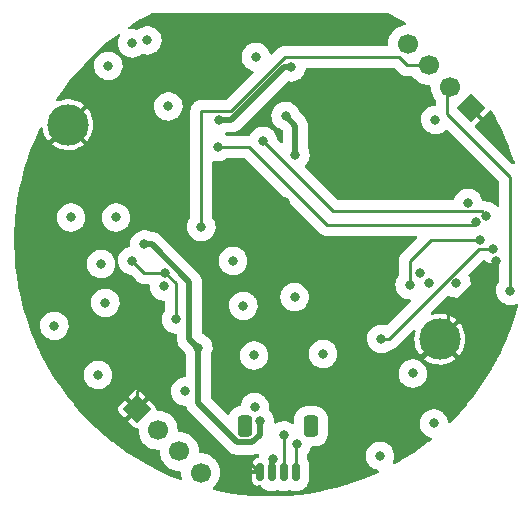
<source format=gbr>
%TF.GenerationSoftware,KiCad,Pcbnew,(6.0.4-0)*%
%TF.CreationDate,2022-11-29T10:20:57+01:00*%
%TF.ProjectId,RoundScanner,526f756e-6453-4636-916e-6e65722e6b69,2*%
%TF.SameCoordinates,Original*%
%TF.FileFunction,Copper,L4,Bot*%
%TF.FilePolarity,Positive*%
%FSLAX46Y46*%
G04 Gerber Fmt 4.6, Leading zero omitted, Abs format (unit mm)*
G04 Created by KiCad (PCBNEW (6.0.4-0)) date 2022-11-29 10:20:57*
%MOMM*%
%LPD*%
G01*
G04 APERTURE LIST*
G04 Aperture macros list*
%AMRoundRect*
0 Rectangle with rounded corners*
0 $1 Rounding radius*
0 $2 $3 $4 $5 $6 $7 $8 $9 X,Y pos of 4 corners*
0 Add a 4 corners polygon primitive as box body*
4,1,4,$2,$3,$4,$5,$6,$7,$8,$9,$2,$3,0*
0 Add four circle primitives for the rounded corners*
1,1,$1+$1,$2,$3*
1,1,$1+$1,$4,$5*
1,1,$1+$1,$6,$7*
1,1,$1+$1,$8,$9*
0 Add four rect primitives between the rounded corners*
20,1,$1+$1,$2,$3,$4,$5,0*
20,1,$1+$1,$4,$5,$6,$7,0*
20,1,$1+$1,$6,$7,$8,$9,0*
20,1,$1+$1,$8,$9,$2,$3,0*%
%AMHorizOval*
0 Thick line with rounded ends*
0 $1 width*
0 $2 $3 position (X,Y) of the first rounded end (center of the circle)*
0 $4 $5 position (X,Y) of the second rounded end (center of the circle)*
0 Add line between two ends*
20,1,$1,$2,$3,$4,$5,0*
0 Add two circle primitives to create the rounded ends*
1,1,$1,$2,$3*
1,1,$1,$4,$5*%
%AMRotRect*
0 Rectangle, with rotation*
0 The origin of the aperture is its center*
0 $1 length*
0 $2 width*
0 $3 Rotation angle, in degrees counterclockwise*
0 Add horizontal line*
21,1,$1,$2,0,0,$3*%
G04 Aperture macros list end*
%TA.AperFunction,ComponentPad*%
%ADD10C,3.500000*%
%TD*%
%TA.AperFunction,ComponentPad*%
%ADD11RotRect,1.700000X1.700000X45.000000*%
%TD*%
%TA.AperFunction,ComponentPad*%
%ADD12HorizOval,1.700000X0.000000X0.000000X0.000000X0.000000X0*%
%TD*%
%TA.AperFunction,ComponentPad*%
%ADD13RotRect,1.700000X1.700000X225.000000*%
%TD*%
%TA.AperFunction,ComponentPad*%
%ADD14HorizOval,1.700000X0.000000X0.000000X0.000000X0.000000X0*%
%TD*%
%TA.AperFunction,SMDPad,CuDef*%
%ADD15RoundRect,0.150000X-0.150000X-0.625000X0.150000X-0.625000X0.150000X0.625000X-0.150000X0.625000X0*%
%TD*%
%TA.AperFunction,SMDPad,CuDef*%
%ADD16RoundRect,0.250000X-0.350000X-0.650000X0.350000X-0.650000X0.350000X0.650000X-0.350000X0.650000X0*%
%TD*%
%TA.AperFunction,ViaPad*%
%ADD17C,0.800000*%
%TD*%
%TA.AperFunction,Conductor*%
%ADD18C,0.500000*%
%TD*%
%TA.AperFunction,Conductor*%
%ADD19C,0.250000*%
%TD*%
G04 APERTURE END LIST*
D10*
%TO.P,H2,1,1*%
%TO.N,GND*%
X72136000Y-97556000D03*
%TD*%
%TO.P,H1,1,1*%
%TO.N,GND*%
X103632000Y-115717000D03*
%TD*%
D11*
%TO.P,J4,1,Pin_1*%
%TO.N,GND*%
X106299000Y-96139000D03*
D12*
%TO.P,J4,2,Pin_2*%
%TO.N,LED RESET*%
X104502949Y-94342949D03*
%TO.P,J4,3,Pin_3*%
%TO.N,AS7341_INT*%
X102706898Y-92546898D03*
%TO.P,J4,4,Pin_4*%
%TO.N,DRDY_INT*%
X100910846Y-90750846D03*
%TD*%
D13*
%TO.P,J1,1,Pin_1*%
%TO.N,GND*%
X77975672Y-121628317D03*
D14*
%TO.P,J1,2,Pin_2*%
%TO.N,+3V3*%
X79771723Y-123424368D03*
%TO.P,J1,3,Pin_3*%
%TO.N,SCL*%
X81567774Y-125220419D03*
%TO.P,J1,4,Pin_4*%
%TO.N,SDA*%
X83363826Y-127016471D03*
%TD*%
D15*
%TO.P,J3,1,Pin_1*%
%TO.N,GND*%
X88416000Y-126968000D03*
%TO.P,J3,2,Pin_2*%
%TO.N,+3V3*%
X89416000Y-126968000D03*
%TO.P,J3,3,Pin_3*%
%TO.N,SCL*%
X90416000Y-126968000D03*
%TO.P,J3,4,Pin_4*%
%TO.N,SDA*%
X91416000Y-126968000D03*
D16*
%TO.P,J3,MP*%
%TO.N,N/C*%
X87116000Y-123093000D03*
X92716000Y-123093000D03*
%TD*%
D17*
%TO.N,+2V5*%
X78613000Y-107696000D03*
X84963000Y-97155000D03*
X88392000Y-122682000D03*
X83185000Y-116459000D03*
X91059000Y-92710000D03*
%TO.N,Net-(C2-Pad2)*%
X88048500Y-91816701D03*
X103251000Y-97155000D03*
%TO.N,+3V3*%
X98552000Y-125603000D03*
X90574204Y-96811500D03*
X89492676Y-125907922D03*
X76200000Y-105410000D03*
X103112663Y-122848000D03*
X106019557Y-104177500D03*
X74676000Y-118745000D03*
X93726000Y-116967000D03*
X86106000Y-109093000D03*
X82042000Y-120142000D03*
X70992059Y-114597111D03*
X105029000Y-110998000D03*
X91402051Y-100123252D03*
X91331250Y-112159250D03*
%TO.N,SDA*%
X74930000Y-109347000D03*
X102743000Y-110998000D03*
X91567000Y-124587000D03*
X80264000Y-111252000D03*
%TO.N,Net-(C8-Pad1)*%
X80645000Y-96012000D03*
X78867000Y-90424000D03*
%TO.N,LED RESET*%
X109601000Y-111633000D03*
%TO.N,Net-(R25-Pad1)*%
X98679000Y-115697000D03*
X108157333Y-108095500D03*
%TO.N,Net-(R26-Pad1)*%
X107061000Y-107315000D03*
X101061788Y-111146613D03*
%TO.N,Net-(R27-Pad1)*%
X106680000Y-105791000D03*
X84836000Y-99441000D03*
%TO.N,Net-(R28-Pad1)*%
X107569000Y-105283000D03*
X88646000Y-98933000D03*
%TO.N,DRDY_INT*%
X72390000Y-105410000D03*
%TO.N,SCL*%
X101981000Y-110109000D03*
X75311000Y-112649000D03*
X90447204Y-123862500D03*
%TO.N,+1V8*%
X80391000Y-110109000D03*
X77597000Y-109093000D03*
X81280000Y-114046000D03*
%TO.N,Net-(C12-Pad1)*%
X87947500Y-121475500D03*
X87884000Y-117094000D03*
%TO.N,/ADC/AIN2+*%
X75565000Y-92583000D03*
X101334663Y-118618000D03*
%TO.N,/ADC/AIN2-*%
X86995000Y-112903000D03*
X77597000Y-90678000D03*
%TO.N,GND*%
X87352950Y-125998450D03*
X84963000Y-116332000D03*
X90551000Y-104140000D03*
X85852000Y-92837000D03*
X108380648Y-109069736D03*
X99187000Y-101346000D03*
X68580000Y-105029000D03*
X97790000Y-89789000D03*
X95123000Y-94361000D03*
X84201000Y-109407502D03*
X70231000Y-100076000D03*
X90678000Y-90043000D03*
X98286663Y-122936000D03*
X77089000Y-124333000D03*
X85217000Y-107569000D03*
X105791000Y-119126000D03*
X76708000Y-97917000D03*
X80899000Y-103505000D03*
X79121000Y-102489000D03*
X104013000Y-99187000D03*
X79502000Y-118618000D03*
X97663000Y-99060000D03*
%TO.N,AS7341_INT*%
X83439000Y-106238498D03*
%TD*%
D18*
%TO.N,+2V5*%
X83185000Y-116459000D02*
X82423000Y-115697000D01*
X87755750Y-124442520D02*
X86476250Y-124442520D01*
X84963000Y-97155000D02*
X85979000Y-97155000D01*
X85979000Y-97155000D02*
X90424000Y-92710000D01*
X86476250Y-124442520D02*
X83185000Y-121151270D01*
X83185000Y-121151270D02*
X83185000Y-116459000D01*
X88392000Y-123806270D02*
X87755750Y-124442520D01*
X88392000Y-122682000D02*
X88392000Y-123806270D01*
X79248000Y-107696000D02*
X82423000Y-110871000D01*
X79248000Y-107696000D02*
X78613000Y-107696000D01*
X82423000Y-115697000D02*
X82423000Y-110871000D01*
X90424000Y-92710000D02*
X91059000Y-92710000D01*
%TO.N,+3V3*%
X91402051Y-100123252D02*
X91402051Y-97639347D01*
X89416000Y-125984598D02*
X89492676Y-125907922D01*
X89416000Y-126968000D02*
X89416000Y-125984598D01*
X91402051Y-97639347D02*
X90574204Y-96811500D01*
D19*
%TO.N,SDA*%
X91416000Y-124738000D02*
X91567000Y-124587000D01*
X91416000Y-126968000D02*
X91416000Y-124738000D01*
%TO.N,LED RESET*%
X109601000Y-111633000D02*
X109601000Y-102031439D01*
X104251278Y-96681717D02*
X104251278Y-94253633D01*
X109601000Y-102031439D02*
X104251278Y-96681717D01*
%TO.N,Net-(R25-Pad1)*%
X98679000Y-115697000D02*
X99322602Y-115697000D01*
X104304499Y-110697901D02*
X106906900Y-108095500D01*
X104304499Y-110715103D02*
X104304499Y-110697901D01*
X99322602Y-115697000D02*
X104304499Y-110715103D01*
X106906900Y-108095500D02*
X108157333Y-108095500D01*
%TO.N,Net-(R26-Pad1)*%
X101061788Y-109123212D02*
X101061788Y-111146613D01*
X102870000Y-107315000D02*
X101061788Y-109123212D01*
X107061000Y-107315000D02*
X102870000Y-107315000D01*
%TO.N,Net-(R27-Pad1)*%
X94107000Y-106045000D02*
X106426000Y-106045000D01*
X87503000Y-99441000D02*
X84836000Y-99441000D01*
X106426000Y-106045000D02*
X106680000Y-105791000D01*
X87503000Y-99441000D02*
X94107000Y-106045000D01*
%TO.N,Net-(R28-Pad1)*%
X107569000Y-105283000D02*
X107188000Y-104902000D01*
X107188000Y-104902000D02*
X94615000Y-104902000D01*
X94615000Y-104902000D02*
X88646000Y-98933000D01*
%TO.N,SCL*%
X90416000Y-126968000D02*
X90416000Y-123893704D01*
X90416000Y-123893704D02*
X90447204Y-123862500D01*
%TO.N,+1V8*%
X81280000Y-114046000D02*
X81280000Y-110998000D01*
X77597000Y-109093000D02*
X78613000Y-110109000D01*
X78613000Y-110109000D02*
X80391000Y-110109000D01*
X81280000Y-110998000D02*
X80391000Y-110109000D01*
%TO.N,GND*%
X104293384Y-113157000D02*
X104293384Y-114336210D01*
X88322500Y-126968000D02*
X87352950Y-125998450D01*
X77975672Y-121628317D02*
X77975672Y-120144328D01*
X77975672Y-120144328D02*
X79502000Y-118618000D01*
X104293384Y-113157000D02*
X108380648Y-109069736D01*
%TO.N,AS7341_INT*%
X100157635Y-91821000D02*
X100883533Y-92546898D01*
X100883533Y-92546898D02*
X102706898Y-92546898D01*
X90500518Y-91821000D02*
X85928518Y-96393000D01*
X100157635Y-91821000D02*
X90500518Y-91821000D01*
X85928518Y-96393000D02*
X83439000Y-96393000D01*
X83439000Y-96393000D02*
X83439000Y-106238498D01*
%TD*%
%TA.AperFunction,Conductor*%
%TO.N,GND*%
G36*
X99414045Y-88150756D02*
G01*
X100033095Y-88486703D01*
X100037732Y-88489350D01*
X100694653Y-88883003D01*
X100695766Y-88883670D01*
X100743917Y-88935842D01*
X100756218Y-89005765D01*
X100728763Y-89071238D01*
X100670269Y-89111474D01*
X100653682Y-89115481D01*
X100651852Y-89115625D01*
X100647043Y-89116779D01*
X100647040Y-89116780D01*
X100525544Y-89145949D01*
X100399236Y-89176273D01*
X100394665Y-89178166D01*
X100394663Y-89178167D01*
X100163792Y-89273797D01*
X100163788Y-89273799D01*
X100159218Y-89275692D01*
X99937706Y-89411434D01*
X99740157Y-89580157D01*
X99571434Y-89777706D01*
X99435692Y-89999218D01*
X99433799Y-90003788D01*
X99433797Y-90003792D01*
X99348364Y-90210046D01*
X99336273Y-90239236D01*
X99335118Y-90244048D01*
X99276780Y-90487039D01*
X99276779Y-90487045D01*
X99275625Y-90491852D01*
X99255242Y-90750846D01*
X99255630Y-90755776D01*
X99255630Y-90755778D01*
X99255932Y-90759616D01*
X99241335Y-90829096D01*
X99191492Y-90879655D01*
X99130320Y-90895500D01*
X90583276Y-90895500D01*
X90563567Y-90893949D01*
X90549221Y-90891677D01*
X90542634Y-90892022D01*
X90542629Y-90892022D01*
X90479576Y-90895327D01*
X90472982Y-90895500D01*
X90452014Y-90895500D01*
X90448742Y-90895844D01*
X90448740Y-90895844D01*
X90431154Y-90897692D01*
X90424580Y-90898209D01*
X90361535Y-90901513D01*
X90361532Y-90901514D01*
X90354940Y-90901859D01*
X90340911Y-90905618D01*
X90321469Y-90909221D01*
X90307036Y-90910738D01*
X90240714Y-90932287D01*
X90234403Y-90934157D01*
X90167021Y-90952212D01*
X90161141Y-90955208D01*
X90154081Y-90958805D01*
X90135818Y-90966370D01*
X90122010Y-90970856D01*
X90116294Y-90974156D01*
X90116292Y-90974157D01*
X90061599Y-91005734D01*
X90055801Y-91008882D01*
X90008604Y-91032930D01*
X89993678Y-91040535D01*
X89988546Y-91044690D01*
X89988544Y-91044692D01*
X89982391Y-91049674D01*
X89966106Y-91060867D01*
X89953526Y-91068130D01*
X89948617Y-91072550D01*
X89948613Y-91072553D01*
X89901697Y-91114796D01*
X89896682Y-91119080D01*
X89888043Y-91126076D01*
X89880388Y-91132275D01*
X89865573Y-91147090D01*
X89860789Y-91151631D01*
X89817039Y-91191024D01*
X89808949Y-91198308D01*
X89802281Y-91207486D01*
X89800414Y-91210056D01*
X89787572Y-91225091D01*
X89425941Y-91586722D01*
X89363629Y-91620748D01*
X89292814Y-91615683D01*
X89235978Y-91573136D01*
X89215577Y-91531828D01*
X89175634Y-91390201D01*
X89174065Y-91384637D01*
X89076480Y-91186754D01*
X89035799Y-91132275D01*
X88947920Y-91014592D01*
X88947920Y-91014591D01*
X88944467Y-91009968D01*
X88846515Y-90919422D01*
X88786689Y-90864119D01*
X88786686Y-90864117D01*
X88782449Y-90860200D01*
X88595850Y-90742465D01*
X88390921Y-90660707D01*
X88385261Y-90659581D01*
X88385257Y-90659580D01*
X88180191Y-90618790D01*
X88180188Y-90618790D01*
X88174524Y-90617663D01*
X88168749Y-90617587D01*
X88168745Y-90617587D01*
X88058004Y-90616138D01*
X87953906Y-90614775D01*
X87948209Y-90615754D01*
X87948208Y-90615754D01*
X87742154Y-90651160D01*
X87742153Y-90651160D01*
X87736457Y-90652139D01*
X87529457Y-90728505D01*
X87524496Y-90731457D01*
X87524495Y-90731457D01*
X87417893Y-90794879D01*
X87339841Y-90841315D01*
X87173957Y-90986791D01*
X87037363Y-91160061D01*
X86934631Y-91355321D01*
X86869203Y-91566034D01*
X86843270Y-91785141D01*
X86857700Y-92005305D01*
X86859121Y-92010901D01*
X86859122Y-92010906D01*
X86894686Y-92150936D01*
X86912011Y-92219153D01*
X87004383Y-92419522D01*
X87131722Y-92599703D01*
X87289764Y-92753662D01*
X87294560Y-92756867D01*
X87294563Y-92756869D01*
X87440559Y-92854420D01*
X87473217Y-92876241D01*
X87478520Y-92878519D01*
X87478523Y-92878521D01*
X87670629Y-92961056D01*
X87675936Y-92963336D01*
X87722470Y-92973866D01*
X87757578Y-92981810D01*
X87819605Y-93016353D01*
X87853109Y-93078947D01*
X87847455Y-93149718D01*
X87818865Y-93193798D01*
X85582068Y-95430595D01*
X85519756Y-95464621D01*
X85492973Y-95467500D01*
X83341726Y-95467500D01*
X83335266Y-95468873D01*
X83335267Y-95468873D01*
X83300478Y-95476267D01*
X83287454Y-95478330D01*
X83252082Y-95482048D01*
X83252081Y-95482048D01*
X83245518Y-95482738D01*
X83239240Y-95484778D01*
X83239239Y-95484778D01*
X83205419Y-95495767D01*
X83192679Y-95499181D01*
X83157891Y-95506575D01*
X83157887Y-95506576D01*
X83151429Y-95507949D01*
X83112899Y-95525104D01*
X83100594Y-95529826D01*
X83066779Y-95540813D01*
X83066777Y-95540814D01*
X83060492Y-95542856D01*
X83025281Y-95563185D01*
X83023966Y-95563944D01*
X83012235Y-95569921D01*
X82973701Y-95587078D01*
X82968358Y-95590960D01*
X82939588Y-95611862D01*
X82928529Y-95619043D01*
X82897733Y-95636824D01*
X82897729Y-95636827D01*
X82892008Y-95640130D01*
X82887098Y-95644551D01*
X82860673Y-95668344D01*
X82850423Y-95676644D01*
X82816308Y-95701431D01*
X82788078Y-95732783D01*
X82778783Y-95742078D01*
X82747431Y-95770308D01*
X82743548Y-95775653D01*
X82722644Y-95804424D01*
X82714344Y-95814673D01*
X82686130Y-95846008D01*
X82682827Y-95851729D01*
X82682824Y-95851733D01*
X82665043Y-95882529D01*
X82657862Y-95893588D01*
X82633078Y-95927701D01*
X82615921Y-95966235D01*
X82609945Y-95977963D01*
X82588856Y-96014492D01*
X82586814Y-96020777D01*
X82586813Y-96020779D01*
X82575826Y-96054594D01*
X82571104Y-96066899D01*
X82553949Y-96105429D01*
X82552576Y-96111887D01*
X82552575Y-96111891D01*
X82545181Y-96146679D01*
X82541768Y-96159417D01*
X82528738Y-96199518D01*
X82528048Y-96206081D01*
X82528048Y-96206082D01*
X82524330Y-96241454D01*
X82522267Y-96254478D01*
X82516045Y-96283754D01*
X82513500Y-96295726D01*
X82513500Y-105429535D01*
X82493498Y-105497656D01*
X82486450Y-105507540D01*
X82427863Y-105581858D01*
X82325131Y-105777118D01*
X82259703Y-105987831D01*
X82233770Y-106206938D01*
X82248200Y-106427102D01*
X82249621Y-106432698D01*
X82249622Y-106432703D01*
X82295664Y-106613991D01*
X82302511Y-106640950D01*
X82304928Y-106646192D01*
X82304928Y-106646193D01*
X82363432Y-106773097D01*
X82394883Y-106841319D01*
X82522222Y-107021500D01*
X82680264Y-107175459D01*
X82685060Y-107178664D01*
X82685063Y-107178666D01*
X82768805Y-107234620D01*
X82863717Y-107298038D01*
X82869020Y-107300316D01*
X82869023Y-107300318D01*
X83061129Y-107382853D01*
X83066436Y-107385133D01*
X83146088Y-107403156D01*
X83275995Y-107432552D01*
X83276001Y-107432553D01*
X83281632Y-107433827D01*
X83287403Y-107434054D01*
X83287405Y-107434054D01*
X83355211Y-107436718D01*
X83502098Y-107442489D01*
X83611275Y-107426659D01*
X83714738Y-107411658D01*
X83714743Y-107411657D01*
X83720452Y-107410829D01*
X83725916Y-107408974D01*
X83725921Y-107408973D01*
X83923907Y-107341766D01*
X83923912Y-107341764D01*
X83929379Y-107339908D01*
X84121884Y-107232100D01*
X84291518Y-107091016D01*
X84388858Y-106973978D01*
X84428908Y-106925824D01*
X84428910Y-106925821D01*
X84432602Y-106921382D01*
X84527906Y-106751204D01*
X84537586Y-106733920D01*
X84537587Y-106733918D01*
X84540410Y-106728877D01*
X84542266Y-106723410D01*
X84542268Y-106723405D01*
X84609475Y-106525419D01*
X84609476Y-106525414D01*
X84611331Y-106519950D01*
X84612159Y-106514241D01*
X84612160Y-106514236D01*
X84642458Y-106305270D01*
X84642991Y-106301596D01*
X84644643Y-106238498D01*
X84624454Y-106018787D01*
X84622772Y-106012821D01*
X84566134Y-105811998D01*
X84564565Y-105806434D01*
X84466980Y-105608551D01*
X84389542Y-105504849D01*
X84364810Y-105438299D01*
X84364500Y-105429460D01*
X84364500Y-100722944D01*
X84384502Y-100654823D01*
X84438158Y-100608330D01*
X84508432Y-100598226D01*
X84518301Y-100600050D01*
X84595138Y-100617436D01*
X84672996Y-100635054D01*
X84672999Y-100635054D01*
X84678632Y-100636329D01*
X84684403Y-100636556D01*
X84684405Y-100636556D01*
X84752211Y-100639220D01*
X84899098Y-100644991D01*
X85008275Y-100629161D01*
X85111738Y-100614160D01*
X85111743Y-100614159D01*
X85117452Y-100613331D01*
X85122916Y-100611476D01*
X85122921Y-100611475D01*
X85320907Y-100544268D01*
X85320912Y-100544266D01*
X85326379Y-100542410D01*
X85518884Y-100434602D01*
X85548257Y-100410173D01*
X85565747Y-100395626D01*
X85630911Y-100367445D01*
X85646317Y-100366500D01*
X87067455Y-100366500D01*
X87135576Y-100386502D01*
X87156550Y-100403405D01*
X93394054Y-106640909D01*
X93406893Y-106655941D01*
X93415431Y-106667692D01*
X93420333Y-106672105D01*
X93420334Y-106672107D01*
X93467271Y-106714369D01*
X93472055Y-106718910D01*
X93486870Y-106733725D01*
X93489434Y-106735801D01*
X93503164Y-106746920D01*
X93508179Y-106751204D01*
X93555095Y-106793447D01*
X93555099Y-106793450D01*
X93560008Y-106797870D01*
X93572588Y-106805133D01*
X93588873Y-106816326D01*
X93592902Y-106819588D01*
X93600160Y-106825465D01*
X93606044Y-106828463D01*
X93662283Y-106857118D01*
X93668081Y-106860266D01*
X93722774Y-106891843D01*
X93722776Y-106891844D01*
X93728492Y-106895144D01*
X93742299Y-106899630D01*
X93760563Y-106907195D01*
X93767623Y-106910792D01*
X93773503Y-106913788D01*
X93840885Y-106931843D01*
X93847196Y-106933713D01*
X93913518Y-106955262D01*
X93927951Y-106956779D01*
X93947393Y-106960382D01*
X93961422Y-106964141D01*
X93968014Y-106964486D01*
X93968017Y-106964487D01*
X94031062Y-106967791D01*
X94037636Y-106968308D01*
X94055222Y-106970156D01*
X94055224Y-106970156D01*
X94058496Y-106970500D01*
X94079464Y-106970500D01*
X94086058Y-106970673D01*
X94149111Y-106973978D01*
X94149116Y-106973978D01*
X94155703Y-106974323D01*
X94170049Y-106972051D01*
X94189758Y-106970500D01*
X101601455Y-106970500D01*
X101669576Y-106990502D01*
X101716069Y-107044158D01*
X101726173Y-107114432D01*
X101696679Y-107179012D01*
X101690550Y-107185595D01*
X100465880Y-108410265D01*
X100450852Y-108423102D01*
X100439096Y-108431643D01*
X100434683Y-108436545D01*
X100434681Y-108436546D01*
X100392419Y-108483483D01*
X100387878Y-108488267D01*
X100373063Y-108503082D01*
X100370987Y-108505646D01*
X100359868Y-108519376D01*
X100355584Y-108524391D01*
X100313341Y-108571307D01*
X100313338Y-108571311D01*
X100308918Y-108576220D01*
X100301657Y-108588797D01*
X100290462Y-108605085D01*
X100285480Y-108611238D01*
X100281323Y-108616372D01*
X100278325Y-108622256D01*
X100249670Y-108678495D01*
X100246522Y-108684293D01*
X100227608Y-108717053D01*
X100211644Y-108744704D01*
X100207158Y-108758511D01*
X100199593Y-108776775D01*
X100193000Y-108789715D01*
X100191292Y-108796088D01*
X100191292Y-108796089D01*
X100174947Y-108857090D01*
X100173075Y-108863408D01*
X100151526Y-108929730D01*
X100150836Y-108936296D01*
X100150009Y-108944163D01*
X100146406Y-108963605D01*
X100142647Y-108977634D01*
X100142302Y-108984226D01*
X100142301Y-108984229D01*
X100138997Y-109047274D01*
X100138480Y-109053848D01*
X100136632Y-109071434D01*
X100136288Y-109074708D01*
X100136288Y-109095676D01*
X100136115Y-109102270D01*
X100133230Y-109157320D01*
X100132465Y-109171915D01*
X100133497Y-109178431D01*
X100134737Y-109186259D01*
X100136288Y-109205970D01*
X100136288Y-110337650D01*
X100116286Y-110405771D01*
X100109238Y-110415655D01*
X100050651Y-110489973D01*
X99947919Y-110685233D01*
X99882491Y-110895946D01*
X99856558Y-111115053D01*
X99870988Y-111335217D01*
X99872409Y-111340813D01*
X99872410Y-111340818D01*
X99919105Y-111524676D01*
X99925299Y-111549065D01*
X99927716Y-111554307D01*
X99927716Y-111554308D01*
X99995377Y-111701074D01*
X100017671Y-111749434D01*
X100145010Y-111929615D01*
X100303052Y-112083574D01*
X100307848Y-112086779D01*
X100307851Y-112086781D01*
X100416309Y-112159250D01*
X100486505Y-112206153D01*
X100491808Y-112208431D01*
X100491811Y-112208433D01*
X100569531Y-112241824D01*
X100689224Y-112293248D01*
X100755877Y-112308330D01*
X100898783Y-112340667D01*
X100898789Y-112340668D01*
X100904420Y-112341942D01*
X100910191Y-112342169D01*
X100910193Y-112342169D01*
X101063412Y-112348189D01*
X101130695Y-112370850D01*
X101175045Y-112426290D01*
X101182382Y-112496906D01*
X101147560Y-112563187D01*
X99186135Y-114524612D01*
X99123823Y-114558638D01*
X99050352Y-114552548D01*
X99046333Y-114550945D01*
X99021421Y-114541006D01*
X99015761Y-114539880D01*
X99015757Y-114539879D01*
X98810691Y-114499089D01*
X98810688Y-114499089D01*
X98805024Y-114497962D01*
X98799249Y-114497886D01*
X98799245Y-114497886D01*
X98688504Y-114496437D01*
X98584406Y-114495074D01*
X98578709Y-114496053D01*
X98578708Y-114496053D01*
X98372654Y-114531459D01*
X98372653Y-114531459D01*
X98366957Y-114532438D01*
X98159957Y-114608804D01*
X98154996Y-114611756D01*
X98154995Y-114611756D01*
X98092695Y-114648821D01*
X97970341Y-114721614D01*
X97804457Y-114867090D01*
X97667863Y-115040360D01*
X97565131Y-115235620D01*
X97499703Y-115446333D01*
X97473770Y-115665440D01*
X97488200Y-115885604D01*
X97489621Y-115891200D01*
X97489622Y-115891205D01*
X97532060Y-116058300D01*
X97542511Y-116099452D01*
X97634883Y-116299821D01*
X97762222Y-116480002D01*
X97920264Y-116633961D01*
X97925060Y-116637166D01*
X97925063Y-116637168D01*
X98009261Y-116693427D01*
X98103717Y-116756540D01*
X98109020Y-116758818D01*
X98109023Y-116758820D01*
X98245677Y-116817531D01*
X98306436Y-116843635D01*
X98385176Y-116861452D01*
X98515995Y-116891054D01*
X98516001Y-116891055D01*
X98521632Y-116892329D01*
X98527403Y-116892556D01*
X98527405Y-116892556D01*
X98595211Y-116895220D01*
X98742098Y-116900991D01*
X98851275Y-116885161D01*
X98954738Y-116870160D01*
X98954743Y-116870159D01*
X98960452Y-116869331D01*
X98965916Y-116867476D01*
X98965921Y-116867475D01*
X99163907Y-116800268D01*
X99163912Y-116800266D01*
X99169379Y-116798410D01*
X99361884Y-116690602D01*
X99366322Y-116686911D01*
X99366332Y-116686904D01*
X99422190Y-116640447D01*
X99470140Y-116615616D01*
X99473041Y-116614838D01*
X99482206Y-116612383D01*
X99501651Y-116608779D01*
X99516084Y-116607262D01*
X99582406Y-116585713D01*
X99588717Y-116583843D01*
X99656099Y-116565788D01*
X99661979Y-116562792D01*
X99669039Y-116559195D01*
X99687303Y-116551630D01*
X99701110Y-116547144D01*
X99706826Y-116543844D01*
X99706828Y-116543843D01*
X99761521Y-116512266D01*
X99767319Y-116509118D01*
X99823558Y-116480463D01*
X99829442Y-116477465D01*
X99834576Y-116473308D01*
X99840729Y-116468326D01*
X99857014Y-116457133D01*
X99869594Y-116449870D01*
X99874503Y-116445450D01*
X99874507Y-116445447D01*
X99921423Y-116403204D01*
X99926438Y-116398920D01*
X99940168Y-116387801D01*
X99942732Y-116385725D01*
X99957547Y-116370910D01*
X99962331Y-116366369D01*
X100009268Y-116324107D01*
X100009269Y-116324105D01*
X100014171Y-116319692D01*
X100022712Y-116307936D01*
X100035549Y-116292908D01*
X101360916Y-114967541D01*
X101423228Y-114933515D01*
X101494043Y-114938580D01*
X101550879Y-114981127D01*
X101575690Y-115047647D01*
X101568337Y-115099937D01*
X101564019Y-115111736D01*
X101561630Y-115119959D01*
X101501007Y-115398002D01*
X101499758Y-115406458D01*
X101477430Y-115690162D01*
X101477341Y-115698713D01*
X101493722Y-115982809D01*
X101494795Y-115991308D01*
X101549582Y-116270554D01*
X101551795Y-116278816D01*
X101643974Y-116548049D01*
X101647290Y-116555936D01*
X101775153Y-116810165D01*
X101779509Y-116817531D01*
X101940691Y-117052051D01*
X101946010Y-117058762D01*
X101963063Y-117077503D01*
X101976629Y-117085763D01*
X101976882Y-117085757D01*
X101985900Y-117080257D01*
X103348025Y-115718132D01*
X103920041Y-115718132D01*
X103920172Y-115719965D01*
X103924423Y-115726580D01*
X105276969Y-117079126D01*
X105289179Y-117085793D01*
X105300678Y-117077104D01*
X105449009Y-116875175D01*
X105453593Y-116867952D01*
X105589378Y-116617868D01*
X105592944Y-116610077D01*
X105693531Y-116343880D01*
X105696002Y-116335695D01*
X105759535Y-116058300D01*
X105760873Y-116049846D01*
X105786331Y-115764597D01*
X105786577Y-115759657D01*
X105786998Y-115719484D01*
X105786855Y-115714520D01*
X105767377Y-115428807D01*
X105766216Y-115420333D01*
X105708507Y-115141668D01*
X105706208Y-115133433D01*
X105611214Y-114865178D01*
X105607816Y-114857325D01*
X105477299Y-114604453D01*
X105472865Y-114597131D01*
X105309235Y-114364309D01*
X105303849Y-114357658D01*
X105301892Y-114355552D01*
X105288241Y-114347435D01*
X105287634Y-114347456D01*
X105279154Y-114352689D01*
X103927655Y-115704188D01*
X103920041Y-115718132D01*
X103348025Y-115718132D01*
X104991508Y-114074649D01*
X104998699Y-114061480D01*
X104991376Y-114051242D01*
X104883685Y-113963098D01*
X104876713Y-113958142D01*
X104634076Y-113809454D01*
X104626478Y-113805482D01*
X104365916Y-113691103D01*
X104357862Y-113688204D01*
X104084183Y-113610244D01*
X104075808Y-113608464D01*
X103794082Y-113568368D01*
X103785534Y-113567741D01*
X103500971Y-113566250D01*
X103492437Y-113566787D01*
X103210300Y-113603932D01*
X103201902Y-113605625D01*
X103000785Y-113660644D01*
X102929800Y-113659326D01*
X102870797Y-113619840D01*
X102842508Y-113554723D01*
X102853915Y-113484649D01*
X102878442Y-113450015D01*
X104271018Y-112057439D01*
X104333330Y-112023413D01*
X104404145Y-112028478D01*
X104430110Y-112041766D01*
X104453717Y-112057540D01*
X104459019Y-112059818D01*
X104459021Y-112059819D01*
X104603647Y-112121955D01*
X104656436Y-112144635D01*
X104721025Y-112159250D01*
X104865995Y-112192054D01*
X104866001Y-112192055D01*
X104871632Y-112193329D01*
X104877403Y-112193556D01*
X104877405Y-112193556D01*
X104945211Y-112196220D01*
X105092098Y-112201991D01*
X105201275Y-112186161D01*
X105304738Y-112171160D01*
X105304743Y-112171159D01*
X105310452Y-112170331D01*
X105315916Y-112168476D01*
X105315921Y-112168475D01*
X105513907Y-112101268D01*
X105513912Y-112101266D01*
X105519379Y-112099410D01*
X105524992Y-112096267D01*
X105655081Y-112023413D01*
X105711884Y-111991602D01*
X105720639Y-111984321D01*
X105877086Y-111854204D01*
X105881518Y-111850518D01*
X105968546Y-111745879D01*
X106018908Y-111685326D01*
X106018910Y-111685323D01*
X106022602Y-111680884D01*
X106104590Y-111534484D01*
X106127586Y-111493422D01*
X106127587Y-111493420D01*
X106130410Y-111488379D01*
X106132266Y-111482912D01*
X106132268Y-111482907D01*
X106199475Y-111284921D01*
X106199476Y-111284916D01*
X106201331Y-111279452D01*
X106202159Y-111273743D01*
X106202160Y-111273738D01*
X106225999Y-111109318D01*
X106232991Y-111061098D01*
X106234643Y-110998000D01*
X106214454Y-110778289D01*
X106201313Y-110731692D01*
X106181115Y-110660075D01*
X106154565Y-110565936D01*
X106059336Y-110372830D01*
X106047146Y-110302889D01*
X106074705Y-110237460D01*
X106083247Y-110228008D01*
X107253350Y-109057905D01*
X107315662Y-109023879D01*
X107342445Y-109021000D01*
X107343223Y-109021000D01*
X107413225Y-109042235D01*
X107582050Y-109155040D01*
X107587353Y-109157318D01*
X107587356Y-109157320D01*
X107779462Y-109239855D01*
X107784769Y-109242135D01*
X107864421Y-109260158D01*
X107994328Y-109289554D01*
X107994334Y-109289555D01*
X107999965Y-109290829D01*
X108005736Y-109291056D01*
X108005738Y-109291056D01*
X108073544Y-109293720D01*
X108220431Y-109299491D01*
X108343795Y-109281604D01*
X108433071Y-109268660D01*
X108433076Y-109268659D01*
X108438785Y-109267831D01*
X108444249Y-109265976D01*
X108444254Y-109265975D01*
X108508999Y-109243997D01*
X108579934Y-109241041D01*
X108641207Y-109276905D01*
X108673363Y-109340202D01*
X108675500Y-109363310D01*
X108675500Y-110824037D01*
X108655498Y-110892158D01*
X108648450Y-110902042D01*
X108589863Y-110976360D01*
X108487131Y-111171620D01*
X108421703Y-111382333D01*
X108395770Y-111601440D01*
X108410200Y-111821604D01*
X108411621Y-111827200D01*
X108411622Y-111827205D01*
X108442915Y-111950418D01*
X108464511Y-112035452D01*
X108556883Y-112235821D01*
X108684222Y-112416002D01*
X108842264Y-112569961D01*
X108847060Y-112573166D01*
X108847063Y-112573168D01*
X108961496Y-112649629D01*
X109025717Y-112692540D01*
X109031020Y-112694818D01*
X109031023Y-112694820D01*
X109198531Y-112766787D01*
X109228436Y-112779635D01*
X109308088Y-112797658D01*
X109437995Y-112827054D01*
X109438001Y-112827055D01*
X109443632Y-112828329D01*
X109449403Y-112828556D01*
X109449405Y-112828556D01*
X109517211Y-112831220D01*
X109664098Y-112836991D01*
X109788283Y-112818985D01*
X109876738Y-112806160D01*
X109876743Y-112806159D01*
X109882452Y-112805331D01*
X109887916Y-112803476D01*
X109887921Y-112803475D01*
X110091379Y-112734410D01*
X110092179Y-112736765D01*
X110151984Y-112728763D01*
X110216273Y-112758887D01*
X110254071Y-112818985D01*
X110254959Y-112884301D01*
X110200351Y-113099418D01*
X110195416Y-113118857D01*
X110193988Y-113124018D01*
X110054198Y-113590326D01*
X109929781Y-114005352D01*
X109928129Y-114010465D01*
X109626586Y-114879727D01*
X109624717Y-114884765D01*
X109431935Y-115372293D01*
X109291841Y-115726580D01*
X109286390Y-115740364D01*
X109284312Y-115745309D01*
X108921624Y-116559195D01*
X108909796Y-116585738D01*
X108907506Y-116590594D01*
X108768347Y-116870160D01*
X108497524Y-117414234D01*
X108495028Y-117418993D01*
X108473832Y-117457379D01*
X108079794Y-118170991D01*
X108050271Y-118224457D01*
X108047578Y-118229097D01*
X107568904Y-119014825D01*
X107566015Y-119019348D01*
X107054239Y-119784007D01*
X107051177Y-119788376D01*
X106507295Y-120530475D01*
X106504038Y-120534727D01*
X105946933Y-121230571D01*
X105928986Y-121252987D01*
X105925541Y-121257107D01*
X105368214Y-121895418D01*
X105320408Y-121950170D01*
X105316792Y-121954137D01*
X104704951Y-122597333D01*
X104682642Y-122620785D01*
X104678867Y-122624587D01*
X104594000Y-122706506D01*
X104517773Y-122780085D01*
X104454869Y-122813004D01*
X104384154Y-122806688D01*
X104328079Y-122763143D01*
X104304795Y-122700959D01*
X104298646Y-122634045D01*
X104298646Y-122634044D01*
X104298117Y-122628289D01*
X104238228Y-122415936D01*
X104140643Y-122218053D01*
X104073915Y-122128693D01*
X104012083Y-122045891D01*
X104012083Y-122045890D01*
X104008630Y-122041267D01*
X103903605Y-121944183D01*
X103850852Y-121895418D01*
X103850849Y-121895416D01*
X103846612Y-121891499D01*
X103660013Y-121773764D01*
X103455084Y-121692006D01*
X103449424Y-121690880D01*
X103449420Y-121690879D01*
X103244354Y-121650089D01*
X103244351Y-121650089D01*
X103238687Y-121648962D01*
X103232912Y-121648886D01*
X103232908Y-121648886D01*
X103122167Y-121647437D01*
X103018069Y-121646074D01*
X103012372Y-121647053D01*
X103012371Y-121647053D01*
X102806317Y-121682459D01*
X102806316Y-121682459D01*
X102800620Y-121683438D01*
X102593620Y-121759804D01*
X102588659Y-121762756D01*
X102588658Y-121762756D01*
X102439176Y-121851689D01*
X102404004Y-121872614D01*
X102238120Y-122018090D01*
X102101526Y-122191360D01*
X101998794Y-122386620D01*
X101933366Y-122597333D01*
X101907433Y-122816440D01*
X101921863Y-123036604D01*
X101923284Y-123042200D01*
X101923285Y-123042205D01*
X101947719Y-123138413D01*
X101976174Y-123250452D01*
X102068546Y-123450821D01*
X102195885Y-123631002D01*
X102353927Y-123784961D01*
X102358723Y-123788166D01*
X102358726Y-123788168D01*
X102457642Y-123854261D01*
X102537380Y-123907540D01*
X102542683Y-123909818D01*
X102542686Y-123909820D01*
X102603571Y-123935978D01*
X102740099Y-123994635D01*
X102745731Y-123995909D01*
X102745733Y-123995910D01*
X102831574Y-124015334D01*
X102893600Y-124049877D01*
X102927104Y-124112471D01*
X102921450Y-124183242D01*
X102883230Y-124236009D01*
X102676657Y-124403886D01*
X102606188Y-124461154D01*
X102601949Y-124464451D01*
X101863847Y-125013737D01*
X101859493Y-125016835D01*
X101411052Y-125321738D01*
X101098613Y-125534170D01*
X101094106Y-125537096D01*
X100872263Y-125674477D01*
X100365672Y-125988194D01*
X100311876Y-126021508D01*
X100307253Y-126024236D01*
X99800287Y-126309021D01*
X99731101Y-126324945D01*
X99664288Y-126300935D01*
X99621061Y-126244615D01*
X99615146Y-126173865D01*
X99628644Y-126137602D01*
X99650587Y-126098419D01*
X99653410Y-126093379D01*
X99655266Y-126087912D01*
X99655268Y-126087907D01*
X99722475Y-125889921D01*
X99722476Y-125889916D01*
X99724331Y-125884452D01*
X99725159Y-125878743D01*
X99725160Y-125878738D01*
X99753936Y-125680270D01*
X99755991Y-125666098D01*
X99757643Y-125603000D01*
X99737454Y-125383289D01*
X99731250Y-125361289D01*
X99699975Y-125250397D01*
X99677565Y-125170936D01*
X99579980Y-124973053D01*
X99549725Y-124932536D01*
X99451420Y-124800891D01*
X99451420Y-124800890D01*
X99447967Y-124796267D01*
X99350312Y-124705996D01*
X99290189Y-124650418D01*
X99290186Y-124650416D01*
X99285949Y-124646499D01*
X99099350Y-124528764D01*
X98894421Y-124447006D01*
X98888761Y-124445880D01*
X98888757Y-124445879D01*
X98683691Y-124405089D01*
X98683688Y-124405089D01*
X98678024Y-124403962D01*
X98672249Y-124403886D01*
X98672245Y-124403886D01*
X98561504Y-124402437D01*
X98457406Y-124401074D01*
X98451709Y-124402053D01*
X98451708Y-124402053D01*
X98245654Y-124437459D01*
X98245653Y-124437459D01*
X98239957Y-124438438D01*
X98032957Y-124514804D01*
X98027996Y-124517756D01*
X98027995Y-124517756D01*
X97908232Y-124589008D01*
X97843341Y-124627614D01*
X97677457Y-124773090D01*
X97540863Y-124946360D01*
X97438131Y-125141620D01*
X97372703Y-125352333D01*
X97346770Y-125571440D01*
X97361200Y-125791604D01*
X97362621Y-125797200D01*
X97362622Y-125797205D01*
X97411128Y-125988194D01*
X97415511Y-126005452D01*
X97417928Y-126010694D01*
X97417928Y-126010695D01*
X97456046Y-126093379D01*
X97507883Y-126205821D01*
X97635222Y-126386002D01*
X97793264Y-126539961D01*
X97798060Y-126543166D01*
X97798063Y-126543168D01*
X97944226Y-126640830D01*
X97976717Y-126662540D01*
X97982020Y-126664818D01*
X97982023Y-126664820D01*
X98047584Y-126692987D01*
X98179436Y-126749635D01*
X98359461Y-126790371D01*
X98421486Y-126824913D01*
X98454991Y-126887506D01*
X98449337Y-126958277D01*
X98406318Y-127014757D01*
X98383778Y-127027975D01*
X97837205Y-127276342D01*
X97832267Y-127278460D01*
X96979157Y-127623030D01*
X96974132Y-127624936D01*
X96107110Y-127932815D01*
X96102009Y-127934505D01*
X95786867Y-128031493D01*
X95270620Y-128190373D01*
X95222647Y-128205137D01*
X95217482Y-128206607D01*
X94327340Y-128439508D01*
X94322156Y-128440747D01*
X93908508Y-128530322D01*
X93422912Y-128635477D01*
X93417637Y-128636502D01*
X92858119Y-128732896D01*
X92510907Y-128792714D01*
X92505625Y-128793509D01*
X91593057Y-128910916D01*
X91587738Y-128911486D01*
X90952698Y-128965788D01*
X90670988Y-128989877D01*
X90665626Y-128990220D01*
X89746417Y-129029450D01*
X89741044Y-129029565D01*
X88820956Y-129029565D01*
X88815583Y-129029450D01*
X87896374Y-128990220D01*
X87891012Y-128989877D01*
X87609302Y-128965788D01*
X86974262Y-128911486D01*
X86968943Y-128910916D01*
X86056375Y-128793509D01*
X86051093Y-128792714D01*
X85703881Y-128732896D01*
X85144363Y-128636502D01*
X85139088Y-128635477D01*
X84486575Y-128494176D01*
X84424231Y-128460209D01*
X84390147Y-128397929D01*
X84395145Y-128327109D01*
X84431412Y-128275219D01*
X84530754Y-128190373D01*
X84530759Y-128190368D01*
X84534515Y-128187160D01*
X84703238Y-127989611D01*
X84838980Y-127768099D01*
X84856633Y-127725483D01*
X84936505Y-127532654D01*
X84936506Y-127532652D01*
X84938399Y-127528081D01*
X84967719Y-127405956D01*
X84997892Y-127280278D01*
X84997893Y-127280272D01*
X84999047Y-127275465D01*
X85019430Y-127016471D01*
X84999047Y-126757477D01*
X84997893Y-126752670D01*
X84997892Y-126752664D01*
X84939554Y-126509673D01*
X84938399Y-126504861D01*
X84925969Y-126474853D01*
X84840875Y-126269417D01*
X84840873Y-126269413D01*
X84838980Y-126264843D01*
X84703238Y-126043331D01*
X84557145Y-125872278D01*
X84537723Y-125849538D01*
X84534515Y-125845782D01*
X84336966Y-125677059D01*
X84115454Y-125541317D01*
X84110884Y-125539424D01*
X84110880Y-125539422D01*
X83880009Y-125443792D01*
X83880007Y-125443791D01*
X83875436Y-125441898D01*
X83776527Y-125418152D01*
X83627633Y-125382405D01*
X83627627Y-125382404D01*
X83622820Y-125381250D01*
X83363826Y-125360867D01*
X83358896Y-125361255D01*
X83358888Y-125361255D01*
X83358456Y-125361289D01*
X83358294Y-125361255D01*
X83353940Y-125361255D01*
X83353940Y-125360340D01*
X83288976Y-125346695D01*
X83238415Y-125296854D01*
X83223938Y-125230305D01*
X83222990Y-125230305D01*
X83222990Y-125225945D01*
X83222956Y-125225789D01*
X83222990Y-125225357D01*
X83222990Y-125225349D01*
X83223378Y-125220419D01*
X83202995Y-124961425D01*
X83201841Y-124956618D01*
X83201840Y-124956612D01*
X83158870Y-124777632D01*
X83142347Y-124708809D01*
X83140453Y-124704236D01*
X83044823Y-124473365D01*
X83044821Y-124473361D01*
X83042928Y-124468791D01*
X82907186Y-124247279D01*
X82738463Y-124049730D01*
X82540914Y-123881007D01*
X82319402Y-123745265D01*
X82314832Y-123743372D01*
X82314828Y-123743370D01*
X82083957Y-123647740D01*
X82083955Y-123647739D01*
X82079384Y-123645846D01*
X81991050Y-123624639D01*
X81831581Y-123586353D01*
X81831575Y-123586352D01*
X81826768Y-123585198D01*
X81567774Y-123564815D01*
X81562844Y-123565203D01*
X81562837Y-123565203D01*
X81562405Y-123565237D01*
X81562243Y-123565203D01*
X81557889Y-123565203D01*
X81557889Y-123564288D01*
X81492925Y-123550643D01*
X81442364Y-123500802D01*
X81427887Y-123434253D01*
X81426939Y-123434253D01*
X81426939Y-123429893D01*
X81426905Y-123429737D01*
X81426939Y-123429305D01*
X81426939Y-123429298D01*
X81427327Y-123424368D01*
X81406944Y-123165374D01*
X81405790Y-123160567D01*
X81405789Y-123160561D01*
X81363517Y-122984489D01*
X81346296Y-122912758D01*
X81344402Y-122908185D01*
X81248772Y-122677314D01*
X81248770Y-122677310D01*
X81246877Y-122672740D01*
X81111135Y-122451228D01*
X80942412Y-122253679D01*
X80744863Y-122084956D01*
X80523351Y-121949214D01*
X80518781Y-121947321D01*
X80518777Y-121947319D01*
X80287906Y-121851689D01*
X80287904Y-121851688D01*
X80283333Y-121849795D01*
X80160066Y-121820201D01*
X80035530Y-121790302D01*
X80035524Y-121790301D01*
X80030717Y-121789147D01*
X79771723Y-121768764D01*
X79766793Y-121769152D01*
X79766792Y-121769152D01*
X79713639Y-121773335D01*
X79644159Y-121758739D01*
X79593600Y-121708896D01*
X79577754Y-121647723D01*
X79577754Y-121574882D01*
X79574689Y-121555530D01*
X79541664Y-121453891D01*
X79532769Y-121436433D01*
X79485769Y-121371743D01*
X79479352Y-121364230D01*
X79013789Y-120898667D01*
X78999845Y-120891053D01*
X78998012Y-120891184D01*
X78991397Y-120895435D01*
X77246023Y-122640809D01*
X77238409Y-122654753D01*
X77238540Y-122656586D01*
X77242791Y-122663201D01*
X77711582Y-123131992D01*
X77719099Y-123138413D01*
X77783789Y-123185414D01*
X77801246Y-123194309D01*
X77902885Y-123227334D01*
X77922237Y-123230399D01*
X77995078Y-123230399D01*
X78063199Y-123250401D01*
X78109692Y-123304057D01*
X78120690Y-123366284D01*
X78116119Y-123424368D01*
X78136502Y-123683362D01*
X78137656Y-123688169D01*
X78137657Y-123688175D01*
X78159927Y-123780934D01*
X78197150Y-123935978D01*
X78199043Y-123940549D01*
X78199044Y-123940551D01*
X78245824Y-124053486D01*
X78296569Y-124175996D01*
X78432311Y-124397508D01*
X78601034Y-124595057D01*
X78798583Y-124763780D01*
X79020095Y-124899522D01*
X79024665Y-124901415D01*
X79024669Y-124901417D01*
X79255540Y-124997047D01*
X79260113Y-124998941D01*
X79321705Y-125013728D01*
X79507916Y-125058434D01*
X79507922Y-125058435D01*
X79512729Y-125059589D01*
X79771723Y-125079972D01*
X79776653Y-125079584D01*
X79776660Y-125079584D01*
X79777092Y-125079550D01*
X79777254Y-125079584D01*
X79781608Y-125079584D01*
X79781608Y-125080499D01*
X79846572Y-125094144D01*
X79897133Y-125143985D01*
X79911610Y-125210534D01*
X79912558Y-125210534D01*
X79912558Y-125214894D01*
X79912592Y-125215050D01*
X79912558Y-125215482D01*
X79912558Y-125215489D01*
X79912170Y-125220419D01*
X79932553Y-125479413D01*
X79933707Y-125484220D01*
X79933708Y-125484226D01*
X79953270Y-125565705D01*
X79993201Y-125732029D01*
X79995094Y-125736600D01*
X79995095Y-125736602D01*
X80048082Y-125864522D01*
X80092620Y-125972047D01*
X80228362Y-126193559D01*
X80397085Y-126391108D01*
X80594634Y-126559831D01*
X80816146Y-126695573D01*
X80820716Y-126697466D01*
X80820720Y-126697468D01*
X81051591Y-126793098D01*
X81056164Y-126794992D01*
X81144498Y-126816199D01*
X81303967Y-126854485D01*
X81303973Y-126854486D01*
X81308780Y-126855640D01*
X81567774Y-126876023D01*
X81572704Y-126875635D01*
X81572712Y-126875635D01*
X81573144Y-126875601D01*
X81573306Y-126875635D01*
X81577660Y-126875635D01*
X81577660Y-126876550D01*
X81642624Y-126890195D01*
X81693185Y-126940036D01*
X81707662Y-127006585D01*
X81708610Y-127006585D01*
X81708610Y-127010945D01*
X81708644Y-127011101D01*
X81708610Y-127011533D01*
X81708610Y-127011541D01*
X81708222Y-127016471D01*
X81728605Y-127275465D01*
X81729759Y-127280272D01*
X81729760Y-127280278D01*
X81779211Y-127486254D01*
X81775664Y-127557162D01*
X81734344Y-127614896D01*
X81668371Y-127641126D01*
X81614528Y-127634403D01*
X81601989Y-127629951D01*
X81587865Y-127624935D01*
X81582843Y-127623030D01*
X80729733Y-127278460D01*
X80724795Y-127276342D01*
X79887152Y-126895711D01*
X79882308Y-126893384D01*
X79870713Y-126887506D01*
X79684473Y-126793098D01*
X79061662Y-126477384D01*
X79056922Y-126474853D01*
X78288739Y-126043331D01*
X78254747Y-126024236D01*
X78250124Y-126021508D01*
X78196329Y-125988194D01*
X77689737Y-125674477D01*
X77467894Y-125537096D01*
X77463387Y-125534170D01*
X77150948Y-125321738D01*
X76702507Y-125016835D01*
X76698153Y-125013737D01*
X75960051Y-124464451D01*
X75955812Y-124461154D01*
X75885437Y-124403962D01*
X75241784Y-123880882D01*
X75237691Y-123877408D01*
X75206391Y-123849673D01*
X74898451Y-123576812D01*
X74549060Y-123267222D01*
X74545115Y-123263573D01*
X74136180Y-122868844D01*
X73883133Y-122624587D01*
X73879358Y-122620785D01*
X73857050Y-122597333D01*
X73245208Y-121954137D01*
X73241592Y-121950170D01*
X73193787Y-121895418D01*
X73007229Y-121681752D01*
X76373590Y-121681752D01*
X76376655Y-121701104D01*
X76409680Y-121802743D01*
X76418575Y-121820201D01*
X76465575Y-121884891D01*
X76471992Y-121892404D01*
X76937555Y-122357967D01*
X76951499Y-122365581D01*
X76953332Y-122365450D01*
X76959947Y-122361199D01*
X77680017Y-121641129D01*
X77687631Y-121627185D01*
X77687500Y-121625352D01*
X77683249Y-121618737D01*
X76963180Y-120898668D01*
X76949236Y-120891054D01*
X76947403Y-120891185D01*
X76940788Y-120895436D01*
X76471997Y-121364227D01*
X76465576Y-121371744D01*
X76418575Y-121436434D01*
X76409680Y-121453891D01*
X76376655Y-121555530D01*
X76373590Y-121574882D01*
X76373590Y-121681752D01*
X73007229Y-121681752D01*
X72636459Y-121257107D01*
X72633014Y-121252987D01*
X72615067Y-121230571D01*
X72113538Y-120604144D01*
X77238408Y-120604144D01*
X77238539Y-120605977D01*
X77242790Y-120612592D01*
X77962860Y-121332662D01*
X77976804Y-121340276D01*
X77978637Y-121340145D01*
X77985252Y-121335894D01*
X78705321Y-120615825D01*
X78712935Y-120601881D01*
X78712804Y-120600048D01*
X78708553Y-120593433D01*
X78239762Y-120124642D01*
X78232245Y-120118221D01*
X78167555Y-120071220D01*
X78150098Y-120062325D01*
X78048459Y-120029300D01*
X78029107Y-120026235D01*
X77922237Y-120026235D01*
X77902885Y-120029300D01*
X77801246Y-120062325D01*
X77783788Y-120071220D01*
X77719098Y-120118220D01*
X77711585Y-120124637D01*
X77246022Y-120590200D01*
X77238408Y-120604144D01*
X72113538Y-120604144D01*
X72057962Y-120534727D01*
X72054705Y-120530475D01*
X71510823Y-119788376D01*
X71507761Y-119784007D01*
X70995985Y-119019348D01*
X70993096Y-119014825D01*
X70809489Y-118713440D01*
X73470770Y-118713440D01*
X73485200Y-118933604D01*
X73486621Y-118939200D01*
X73486622Y-118939205D01*
X73515220Y-119051806D01*
X73539511Y-119147452D01*
X73541928Y-119152694D01*
X73541928Y-119152695D01*
X73580046Y-119235379D01*
X73631883Y-119347821D01*
X73759222Y-119528002D01*
X73917264Y-119681961D01*
X73922060Y-119685166D01*
X73922063Y-119685168D01*
X74006261Y-119741427D01*
X74100717Y-119804540D01*
X74106020Y-119806818D01*
X74106023Y-119806820D01*
X74289892Y-119885816D01*
X74303436Y-119891635D01*
X74383088Y-119909658D01*
X74512995Y-119939054D01*
X74513001Y-119939055D01*
X74518632Y-119940329D01*
X74524403Y-119940556D01*
X74524405Y-119940556D01*
X74592211Y-119943220D01*
X74739098Y-119948991D01*
X74848275Y-119933161D01*
X74951738Y-119918160D01*
X74951743Y-119918159D01*
X74957452Y-119917331D01*
X74962916Y-119915476D01*
X74962921Y-119915475D01*
X75160907Y-119848268D01*
X75160912Y-119848266D01*
X75166379Y-119846410D01*
X75358884Y-119738602D01*
X75385356Y-119716586D01*
X75524086Y-119601204D01*
X75528518Y-119597518D01*
X75590256Y-119523287D01*
X75665908Y-119432326D01*
X75665910Y-119432323D01*
X75669602Y-119427884D01*
X75777410Y-119235379D01*
X75779266Y-119229912D01*
X75779268Y-119229907D01*
X75846475Y-119031921D01*
X75846476Y-119031916D01*
X75848331Y-119026452D01*
X75849159Y-119020743D01*
X75849160Y-119020738D01*
X75879010Y-118814863D01*
X75879991Y-118808098D01*
X75881643Y-118745000D01*
X75861454Y-118525289D01*
X75801565Y-118312936D01*
X75703980Y-118115053D01*
X75639587Y-118028820D01*
X75575420Y-117942891D01*
X75575420Y-117942890D01*
X75571967Y-117938267D01*
X75442843Y-117818906D01*
X75414189Y-117792418D01*
X75414186Y-117792416D01*
X75409949Y-117788499D01*
X75223350Y-117670764D01*
X75018421Y-117589006D01*
X75012761Y-117587880D01*
X75012757Y-117587879D01*
X74807691Y-117547089D01*
X74807688Y-117547089D01*
X74802024Y-117545962D01*
X74796249Y-117545886D01*
X74796245Y-117545886D01*
X74685504Y-117544437D01*
X74581406Y-117543074D01*
X74575709Y-117544053D01*
X74575708Y-117544053D01*
X74369654Y-117579459D01*
X74369653Y-117579459D01*
X74363957Y-117580438D01*
X74156957Y-117656804D01*
X74151996Y-117659756D01*
X74151995Y-117659756D01*
X74089695Y-117696821D01*
X73967341Y-117769614D01*
X73801457Y-117915090D01*
X73664863Y-118088360D01*
X73562131Y-118283620D01*
X73496703Y-118494333D01*
X73470770Y-118713440D01*
X70809489Y-118713440D01*
X70514422Y-118229097D01*
X70511729Y-118224457D01*
X70482207Y-118170991D01*
X70088168Y-117457379D01*
X70066972Y-117418993D01*
X70064476Y-117414234D01*
X69793653Y-116870160D01*
X69654494Y-116590594D01*
X69652204Y-116585738D01*
X69640376Y-116559195D01*
X69277688Y-115745309D01*
X69275610Y-115740364D01*
X69270160Y-115726580D01*
X69130065Y-115372293D01*
X68937283Y-114884765D01*
X68935414Y-114879727D01*
X68826428Y-114565551D01*
X69786829Y-114565551D01*
X69801259Y-114785715D01*
X69802680Y-114791311D01*
X69802681Y-114791316D01*
X69838796Y-114933515D01*
X69855570Y-114999563D01*
X69857987Y-115004805D01*
X69857987Y-115004806D01*
X69896105Y-115087490D01*
X69947942Y-115199932D01*
X70075281Y-115380113D01*
X70233323Y-115534072D01*
X70238119Y-115537277D01*
X70238122Y-115537279D01*
X70322320Y-115593538D01*
X70416776Y-115656651D01*
X70422079Y-115658929D01*
X70422082Y-115658931D01*
X70611623Y-115740364D01*
X70619495Y-115743746D01*
X70699147Y-115761769D01*
X70829054Y-115791165D01*
X70829060Y-115791166D01*
X70834691Y-115792440D01*
X70840462Y-115792667D01*
X70840464Y-115792667D01*
X70908270Y-115795331D01*
X71055157Y-115801102D01*
X71164334Y-115785272D01*
X71267797Y-115770271D01*
X71267802Y-115770270D01*
X71273511Y-115769442D01*
X71278975Y-115767587D01*
X71278980Y-115767586D01*
X71476966Y-115700379D01*
X71476971Y-115700377D01*
X71482438Y-115698521D01*
X71504891Y-115685947D01*
X71599670Y-115632868D01*
X71674943Y-115590713D01*
X71844577Y-115449629D01*
X71985661Y-115279995D01*
X72067740Y-115133433D01*
X72090645Y-115092533D01*
X72090646Y-115092531D01*
X72093469Y-115087490D01*
X72095325Y-115082023D01*
X72095327Y-115082018D01*
X72162534Y-114884032D01*
X72162535Y-114884027D01*
X72164390Y-114878563D01*
X72165218Y-114872854D01*
X72165219Y-114872849D01*
X72195517Y-114663883D01*
X72196050Y-114660209D01*
X72197702Y-114597111D01*
X72177513Y-114377400D01*
X72117624Y-114165047D01*
X72020039Y-113967164D01*
X71922045Y-113835934D01*
X71891479Y-113795002D01*
X71891479Y-113795001D01*
X71888026Y-113790378D01*
X71726008Y-113640610D01*
X71539409Y-113522875D01*
X71334480Y-113441117D01*
X71328820Y-113439991D01*
X71328816Y-113439990D01*
X71123750Y-113399200D01*
X71123747Y-113399200D01*
X71118083Y-113398073D01*
X71112308Y-113397997D01*
X71112304Y-113397997D01*
X71001563Y-113396548D01*
X70897465Y-113395185D01*
X70891768Y-113396164D01*
X70891767Y-113396164D01*
X70685713Y-113431570D01*
X70685712Y-113431570D01*
X70680016Y-113432549D01*
X70473016Y-113508915D01*
X70468055Y-113511867D01*
X70468054Y-113511867D01*
X70305690Y-113608464D01*
X70283400Y-113621725D01*
X70117516Y-113767201D01*
X69980922Y-113940471D01*
X69878190Y-114135731D01*
X69812762Y-114346444D01*
X69786829Y-114565551D01*
X68826428Y-114565551D01*
X68633871Y-114010465D01*
X68632219Y-114005352D01*
X68507802Y-113590326D01*
X68368012Y-113124018D01*
X68366584Y-113118857D01*
X68361650Y-113099418D01*
X68239297Y-112617440D01*
X74105770Y-112617440D01*
X74120200Y-112837604D01*
X74121621Y-112843200D01*
X74121622Y-112843205D01*
X74173090Y-113045857D01*
X74174511Y-113051452D01*
X74176928Y-113056694D01*
X74176928Y-113056695D01*
X74250176Y-113215580D01*
X74266883Y-113251821D01*
X74394222Y-113432002D01*
X74552264Y-113585961D01*
X74557060Y-113589166D01*
X74557063Y-113589168D01*
X74639917Y-113644529D01*
X74735717Y-113708540D01*
X74741020Y-113710818D01*
X74741023Y-113710820D01*
X74863381Y-113763389D01*
X74938436Y-113795635D01*
X74999507Y-113809454D01*
X75147995Y-113843054D01*
X75148001Y-113843055D01*
X75153632Y-113844329D01*
X75159403Y-113844556D01*
X75159405Y-113844556D01*
X75227211Y-113847220D01*
X75374098Y-113852991D01*
X75483275Y-113837161D01*
X75586738Y-113822160D01*
X75586743Y-113822159D01*
X75592452Y-113821331D01*
X75597916Y-113819476D01*
X75597921Y-113819475D01*
X75795907Y-113752268D01*
X75795912Y-113752266D01*
X75801379Y-113750410D01*
X75993884Y-113642602D01*
X76021253Y-113619840D01*
X76159086Y-113505204D01*
X76163518Y-113501518D01*
X76206353Y-113450015D01*
X76300908Y-113336326D01*
X76300910Y-113336323D01*
X76304602Y-113331884D01*
X76404865Y-113152852D01*
X76409586Y-113144422D01*
X76409587Y-113144420D01*
X76412410Y-113139379D01*
X76414266Y-113133912D01*
X76414268Y-113133907D01*
X76481475Y-112935921D01*
X76481476Y-112935916D01*
X76483331Y-112930452D01*
X76484159Y-112924743D01*
X76484160Y-112924738D01*
X76505014Y-112780910D01*
X76514991Y-112712098D01*
X76516643Y-112649000D01*
X76496454Y-112429289D01*
X76493843Y-112420029D01*
X76462340Y-112308330D01*
X76436565Y-112216936D01*
X76338980Y-112019053D01*
X76206967Y-111842267D01*
X76096810Y-111740439D01*
X76049189Y-111696418D01*
X76049186Y-111696416D01*
X76044949Y-111692499D01*
X75858350Y-111574764D01*
X75653421Y-111493006D01*
X75647761Y-111491880D01*
X75647757Y-111491879D01*
X75442691Y-111451089D01*
X75442688Y-111451089D01*
X75437024Y-111449962D01*
X75431249Y-111449886D01*
X75431245Y-111449886D01*
X75320504Y-111448437D01*
X75216406Y-111447074D01*
X75210709Y-111448053D01*
X75210708Y-111448053D01*
X75004654Y-111483459D01*
X75004653Y-111483459D01*
X74998957Y-111484438D01*
X74791957Y-111560804D01*
X74786996Y-111563756D01*
X74786995Y-111563756D01*
X74625737Y-111659695D01*
X74602341Y-111673614D01*
X74436457Y-111819090D01*
X74299863Y-111992360D01*
X74197131Y-112187620D01*
X74131703Y-112398333D01*
X74105770Y-112617440D01*
X68239297Y-112617440D01*
X68172283Y-112353455D01*
X68140204Y-112227086D01*
X68138993Y-112221851D01*
X68003807Y-111574764D01*
X67950839Y-111321226D01*
X67949853Y-111315951D01*
X67934116Y-111220440D01*
X67800266Y-110408086D01*
X67799508Y-110402781D01*
X67797327Y-110384785D01*
X67688773Y-109489415D01*
X67688240Y-109484068D01*
X67675061Y-109315440D01*
X73724770Y-109315440D01*
X73739200Y-109535604D01*
X73740621Y-109541200D01*
X73740622Y-109541205D01*
X73773778Y-109671753D01*
X73793511Y-109749452D01*
X73795928Y-109754694D01*
X73795928Y-109754695D01*
X73834046Y-109837379D01*
X73885883Y-109949821D01*
X74013222Y-110130002D01*
X74171264Y-110283961D01*
X74176060Y-110287166D01*
X74176063Y-110287168D01*
X74260261Y-110343427D01*
X74354717Y-110406540D01*
X74360020Y-110408818D01*
X74360023Y-110408820D01*
X74548912Y-110489973D01*
X74557436Y-110493635D01*
X74637088Y-110511658D01*
X74766995Y-110541054D01*
X74767001Y-110541055D01*
X74772632Y-110542329D01*
X74778403Y-110542556D01*
X74778405Y-110542556D01*
X74846211Y-110545220D01*
X74993098Y-110550991D01*
X75102275Y-110535161D01*
X75205738Y-110520160D01*
X75205743Y-110520159D01*
X75211452Y-110519331D01*
X75216916Y-110517476D01*
X75216921Y-110517475D01*
X75414907Y-110450268D01*
X75414912Y-110450266D01*
X75420379Y-110448410D01*
X75612884Y-110340602D01*
X75658197Y-110302916D01*
X75778086Y-110203204D01*
X75782518Y-110199518D01*
X75871265Y-110092812D01*
X75919908Y-110034326D01*
X75919910Y-110034323D01*
X75923602Y-110029884D01*
X76009780Y-109876002D01*
X76028586Y-109842422D01*
X76028587Y-109842420D01*
X76031410Y-109837379D01*
X76033266Y-109831912D01*
X76033268Y-109831907D01*
X76100475Y-109633921D01*
X76100476Y-109633916D01*
X76102331Y-109628452D01*
X76103159Y-109622743D01*
X76103160Y-109622738D01*
X76133458Y-109413772D01*
X76133991Y-109410098D01*
X76135643Y-109347000D01*
X76115454Y-109127289D01*
X76099702Y-109071434D01*
X76096883Y-109061440D01*
X76391770Y-109061440D01*
X76406200Y-109281604D01*
X76407621Y-109287200D01*
X76407622Y-109287205D01*
X76439767Y-109413772D01*
X76460511Y-109495452D01*
X76462928Y-109500694D01*
X76462928Y-109500695D01*
X76541787Y-109671753D01*
X76552883Y-109695821D01*
X76680222Y-109876002D01*
X76838264Y-110029961D01*
X76843060Y-110033166D01*
X76843063Y-110033168D01*
X76977913Y-110123271D01*
X77021717Y-110152540D01*
X77027020Y-110154818D01*
X77027023Y-110154820D01*
X77197373Y-110228008D01*
X77224436Y-110239635D01*
X77439632Y-110288329D01*
X77445405Y-110288556D01*
X77447107Y-110288780D01*
X77512033Y-110317505D01*
X77519752Y-110324607D01*
X77900053Y-110704908D01*
X77912890Y-110719936D01*
X77921431Y-110731692D01*
X77926333Y-110736105D01*
X77926334Y-110736107D01*
X77973271Y-110778369D01*
X77978055Y-110782910D01*
X77992870Y-110797725D01*
X77995434Y-110799801D01*
X78009164Y-110810920D01*
X78014179Y-110815204D01*
X78061095Y-110857447D01*
X78061099Y-110857450D01*
X78066008Y-110861870D01*
X78078588Y-110869133D01*
X78094873Y-110880326D01*
X78101026Y-110885308D01*
X78106160Y-110889465D01*
X78112044Y-110892463D01*
X78168283Y-110921118D01*
X78174081Y-110924266D01*
X78228774Y-110955843D01*
X78228776Y-110955844D01*
X78234492Y-110959144D01*
X78248299Y-110963630D01*
X78266563Y-110971195D01*
X78267798Y-110971824D01*
X78279503Y-110977788D01*
X78346885Y-110995843D01*
X78353196Y-110997713D01*
X78419518Y-111019262D01*
X78433951Y-111020779D01*
X78453393Y-111024382D01*
X78467422Y-111028141D01*
X78474014Y-111028486D01*
X78474017Y-111028487D01*
X78537062Y-111031791D01*
X78543636Y-111032308D01*
X78561222Y-111034156D01*
X78561224Y-111034156D01*
X78564496Y-111034500D01*
X78585464Y-111034500D01*
X78592058Y-111034673D01*
X78655111Y-111037978D01*
X78655116Y-111037978D01*
X78661703Y-111038323D01*
X78676049Y-111036051D01*
X78695758Y-111034500D01*
X78938984Y-111034500D01*
X79007105Y-111054502D01*
X79053598Y-111108158D01*
X79064111Y-111175308D01*
X79060864Y-111202749D01*
X79058770Y-111220440D01*
X79073200Y-111440604D01*
X79074621Y-111446200D01*
X79074622Y-111446205D01*
X79115512Y-111607206D01*
X79127511Y-111654452D01*
X79129928Y-111659694D01*
X79129928Y-111659695D01*
X79150336Y-111703962D01*
X79219883Y-111854821D01*
X79347222Y-112035002D01*
X79505264Y-112188961D01*
X79510060Y-112192166D01*
X79510063Y-112192168D01*
X79624192Y-112268426D01*
X79688717Y-112311540D01*
X79694020Y-112313818D01*
X79694023Y-112313820D01*
X79877892Y-112392816D01*
X79891436Y-112398635D01*
X79947350Y-112411287D01*
X80100995Y-112446054D01*
X80101001Y-112446055D01*
X80106632Y-112447329D01*
X80112403Y-112447556D01*
X80112405Y-112447556D01*
X80146715Y-112448904D01*
X80233448Y-112452312D01*
X80300729Y-112474972D01*
X80345080Y-112530411D01*
X80354500Y-112578214D01*
X80354500Y-113237037D01*
X80334498Y-113305158D01*
X80327450Y-113315042D01*
X80268863Y-113389360D01*
X80166131Y-113584620D01*
X80133401Y-113690029D01*
X80103458Y-113786462D01*
X80100703Y-113795333D01*
X80074770Y-114014440D01*
X80089200Y-114234604D01*
X80090621Y-114240200D01*
X80090622Y-114240205D01*
X80117861Y-114347456D01*
X80143511Y-114448452D01*
X80145928Y-114453694D01*
X80145928Y-114453695D01*
X80166336Y-114497962D01*
X80235883Y-114648821D01*
X80363222Y-114829002D01*
X80521264Y-114982961D01*
X80526060Y-114986166D01*
X80526063Y-114986168D01*
X80618074Y-115047647D01*
X80704717Y-115105540D01*
X80710020Y-115107818D01*
X80710023Y-115107820D01*
X80788807Y-115141668D01*
X80907436Y-115192635D01*
X80960526Y-115204648D01*
X81116995Y-115240054D01*
X81117001Y-115240055D01*
X81122632Y-115241329D01*
X81128403Y-115241556D01*
X81128405Y-115241556D01*
X81214629Y-115244944D01*
X81251447Y-115246390D01*
X81318730Y-115269051D01*
X81363080Y-115324491D01*
X81372500Y-115372293D01*
X81372500Y-115632868D01*
X81371763Y-115646476D01*
X81370632Y-115656891D01*
X81367475Y-115685947D01*
X81368012Y-115692083D01*
X81372026Y-115737972D01*
X81372355Y-115742796D01*
X81372500Y-115745759D01*
X81372500Y-115748841D01*
X81372801Y-115751910D01*
X81376868Y-115793392D01*
X81376990Y-115794705D01*
X81381092Y-115841586D01*
X81385430Y-115891176D01*
X81386978Y-115896505D01*
X81387520Y-115902030D01*
X81415533Y-115994813D01*
X81415871Y-115995955D01*
X81442906Y-116089010D01*
X81445462Y-116093940D01*
X81447065Y-116099251D01*
X81449960Y-116104695D01*
X81449962Y-116104700D01*
X81492563Y-116184823D01*
X81493175Y-116185989D01*
X81537714Y-116271912D01*
X81541174Y-116276247D01*
X81543782Y-116281151D01*
X81547672Y-116285921D01*
X81547673Y-116285922D01*
X81605064Y-116356290D01*
X81605892Y-116357317D01*
X81638369Y-116398000D01*
X81640861Y-116400492D01*
X81641833Y-116401579D01*
X81645548Y-116405928D01*
X81670094Y-116436025D01*
X81670097Y-116436028D01*
X81673989Y-116440800D01*
X81678736Y-116444727D01*
X81678738Y-116444729D01*
X81710983Y-116471404D01*
X81719763Y-116479394D01*
X82005863Y-116765494D01*
X82038891Y-116823573D01*
X82048511Y-116861452D01*
X82122927Y-117022870D01*
X82134500Y-117075620D01*
X82134500Y-118814863D01*
X82114498Y-118882984D01*
X82060842Y-118929477D01*
X82006851Y-118940852D01*
X81992439Y-118940663D01*
X81947406Y-118940074D01*
X81941709Y-118941053D01*
X81941708Y-118941053D01*
X81735654Y-118976459D01*
X81735653Y-118976459D01*
X81729957Y-118977438D01*
X81522957Y-119053804D01*
X81517996Y-119056756D01*
X81517995Y-119056756D01*
X81356737Y-119152695D01*
X81333341Y-119166614D01*
X81167457Y-119312090D01*
X81030863Y-119485360D01*
X80928131Y-119680620D01*
X80862703Y-119891333D01*
X80836770Y-120110440D01*
X80851200Y-120330604D01*
X80852621Y-120336200D01*
X80852622Y-120336205D01*
X80869928Y-120404345D01*
X80905511Y-120544452D01*
X80997883Y-120744821D01*
X81125222Y-120925002D01*
X81283264Y-121078961D01*
X81288060Y-121082166D01*
X81288063Y-121082168D01*
X81434226Y-121179830D01*
X81466717Y-121201540D01*
X81472020Y-121203818D01*
X81472023Y-121203820D01*
X81664129Y-121286355D01*
X81669436Y-121288635D01*
X81749088Y-121306658D01*
X81878995Y-121336054D01*
X81879001Y-121336055D01*
X81884632Y-121337329D01*
X81890403Y-121337556D01*
X81890405Y-121337556D01*
X81945853Y-121339734D01*
X82057182Y-121344108D01*
X82124464Y-121366769D01*
X82168815Y-121422208D01*
X82172849Y-121433569D01*
X82177551Y-121449142D01*
X82177871Y-121450224D01*
X82204906Y-121543280D01*
X82207462Y-121548210D01*
X82209065Y-121553521D01*
X82211961Y-121558968D01*
X82211962Y-121558970D01*
X82254563Y-121639093D01*
X82255175Y-121640259D01*
X82299714Y-121726182D01*
X82303174Y-121730517D01*
X82305782Y-121735421D01*
X82309672Y-121740191D01*
X82309673Y-121740192D01*
X82367064Y-121810560D01*
X82367892Y-121811587D01*
X82374769Y-121820201D01*
X82400369Y-121852270D01*
X82402861Y-121854762D01*
X82403833Y-121855849D01*
X82407548Y-121860198D01*
X82432094Y-121890295D01*
X82432097Y-121890298D01*
X82435989Y-121895070D01*
X82440736Y-121898997D01*
X82440738Y-121898999D01*
X82472983Y-121925674D01*
X82481763Y-121933664D01*
X85688082Y-125139984D01*
X85697183Y-125150126D01*
X85722065Y-125181073D01*
X85762070Y-125214641D01*
X85765702Y-125217810D01*
X85767912Y-125219814D01*
X85770091Y-125221993D01*
X85804748Y-125250460D01*
X85805636Y-125251197D01*
X85879880Y-125313496D01*
X85884744Y-125316170D01*
X85889033Y-125319693D01*
X85894464Y-125322605D01*
X85894473Y-125322611D01*
X85974361Y-125365446D01*
X85975521Y-125366075D01*
X86060412Y-125412744D01*
X86065707Y-125414424D01*
X86070594Y-125417044D01*
X86076484Y-125418845D01*
X86076487Y-125418846D01*
X86129580Y-125435078D01*
X86163168Y-125445347D01*
X86164373Y-125445722D01*
X86176740Y-125449645D01*
X86250905Y-125473172D01*
X86250908Y-125473173D01*
X86256782Y-125475036D01*
X86262296Y-125475654D01*
X86267606Y-125477278D01*
X86364077Y-125487078D01*
X86365212Y-125487199D01*
X86395884Y-125490639D01*
X86413616Y-125492628D01*
X86413622Y-125492628D01*
X86417114Y-125493020D01*
X86420640Y-125493020D01*
X86422109Y-125493102D01*
X86427795Y-125493549D01*
X86452334Y-125496042D01*
X86466439Y-125497475D01*
X86466442Y-125497475D01*
X86472565Y-125498097D01*
X86520359Y-125493579D01*
X86532218Y-125493020D01*
X87691618Y-125493020D01*
X87705226Y-125493757D01*
X87738572Y-125497380D01*
X87738576Y-125497380D01*
X87744697Y-125498045D01*
X87762582Y-125496480D01*
X87796722Y-125493494D01*
X87801546Y-125493165D01*
X87804509Y-125493020D01*
X87807591Y-125493020D01*
X87814598Y-125492333D01*
X87852142Y-125488652D01*
X87853455Y-125488530D01*
X87902648Y-125484226D01*
X87949926Y-125480090D01*
X87955255Y-125478542D01*
X87960780Y-125478000D01*
X88053563Y-125449987D01*
X88054718Y-125449645D01*
X88076878Y-125443207D01*
X88147760Y-125422614D01*
X88152690Y-125420058D01*
X88158001Y-125418455D01*
X88163445Y-125415560D01*
X88169146Y-125413211D01*
X88169688Y-125414527D01*
X88232212Y-125401656D01*
X88298451Y-125427209D01*
X88340359Y-125484517D01*
X88344632Y-125555385D01*
X88342151Y-125564591D01*
X88315094Y-125651730D01*
X88315093Y-125651736D01*
X88313379Y-125657255D01*
X88312700Y-125662988D01*
X88312700Y-125662990D01*
X88310032Y-125685534D01*
X88282161Y-125750832D01*
X88223413Y-125790695D01*
X88200041Y-125795812D01*
X88141605Y-125802883D01*
X88126047Y-125806834D01*
X88001451Y-125856165D01*
X87986620Y-125864522D01*
X87880275Y-125945243D01*
X87868243Y-125957275D01*
X87787522Y-126063620D01*
X87779165Y-126078451D01*
X87729834Y-126203047D01*
X87725881Y-126218612D01*
X87716456Y-126296502D01*
X87716000Y-126304057D01*
X87716000Y-126749885D01*
X87720475Y-126765124D01*
X87721865Y-126766329D01*
X87729548Y-126768000D01*
X88189500Y-126768000D01*
X88257621Y-126788002D01*
X88304114Y-126841658D01*
X88315500Y-126894000D01*
X88315500Y-127042000D01*
X88295498Y-127110121D01*
X88241842Y-127156614D01*
X88189500Y-127168000D01*
X87734115Y-127168000D01*
X87718876Y-127172475D01*
X87717671Y-127173865D01*
X87716000Y-127181548D01*
X87716000Y-127631943D01*
X87716456Y-127639498D01*
X87725881Y-127717388D01*
X87729834Y-127732953D01*
X87779165Y-127857549D01*
X87787522Y-127872380D01*
X87868243Y-127978725D01*
X87880275Y-127990757D01*
X87986620Y-128071478D01*
X88001451Y-128079835D01*
X88126051Y-128129168D01*
X88141603Y-128133118D01*
X88198017Y-128139944D01*
X88212390Y-128137548D01*
X88219429Y-128112542D01*
X88257142Y-128052390D01*
X88321389Y-128022176D01*
X88391771Y-128031493D01*
X88445944Y-128077382D01*
X88452377Y-128088310D01*
X88465429Y-128113277D01*
X88465431Y-128113280D01*
X88468385Y-128118930D01*
X88472414Y-128123870D01*
X88472416Y-128123873D01*
X88539340Y-128205930D01*
X88590429Y-128268571D01*
X88740070Y-128390615D01*
X88911194Y-128480077D01*
X88917322Y-128481834D01*
X88917324Y-128481835D01*
X88950731Y-128491414D01*
X89096813Y-128533302D01*
X89129096Y-128536183D01*
X89208283Y-128543251D01*
X89208289Y-128543251D01*
X89211076Y-128543500D01*
X89620924Y-128543500D01*
X89623711Y-128543251D01*
X89623717Y-128543251D01*
X89702904Y-128536183D01*
X89735187Y-128533302D01*
X89789975Y-128517592D01*
X89881270Y-128491414D01*
X89950730Y-128491414D01*
X90042025Y-128517592D01*
X90096813Y-128533302D01*
X90129096Y-128536183D01*
X90208283Y-128543251D01*
X90208289Y-128543251D01*
X90211076Y-128543500D01*
X90620924Y-128543500D01*
X90623711Y-128543251D01*
X90623717Y-128543251D01*
X90702904Y-128536183D01*
X90735187Y-128533302D01*
X90789975Y-128517592D01*
X90881270Y-128491414D01*
X90950730Y-128491414D01*
X91042025Y-128517592D01*
X91096813Y-128533302D01*
X91129096Y-128536183D01*
X91208283Y-128543251D01*
X91208289Y-128543251D01*
X91211076Y-128543500D01*
X91620924Y-128543500D01*
X91623711Y-128543251D01*
X91623717Y-128543251D01*
X91702904Y-128536183D01*
X91735187Y-128533302D01*
X91881269Y-128491414D01*
X91914676Y-128481835D01*
X91914678Y-128481834D01*
X91920806Y-128480077D01*
X92091930Y-128390615D01*
X92241571Y-128268571D01*
X92292660Y-128205930D01*
X92359584Y-128123873D01*
X92359586Y-128123870D01*
X92363615Y-128118930D01*
X92366571Y-128113277D01*
X92414197Y-128022176D01*
X92453077Y-127947806D01*
X92506302Y-127762187D01*
X92516500Y-127647924D01*
X92516500Y-126288076D01*
X92514427Y-126264843D01*
X92506835Y-126179786D01*
X92506302Y-126173813D01*
X92458026Y-126005452D01*
X92454835Y-125994324D01*
X92454834Y-125994322D01*
X92453077Y-125988194D01*
X92394612Y-125876362D01*
X92366570Y-125822722D01*
X92366569Y-125822721D01*
X92363615Y-125817070D01*
X92361936Y-125815012D01*
X92341500Y-125746901D01*
X92341500Y-125563494D01*
X92361502Y-125495373D01*
X92386926Y-125466624D01*
X92419518Y-125439518D01*
X92423211Y-125435078D01*
X92556908Y-125274326D01*
X92556910Y-125274323D01*
X92560602Y-125269884D01*
X92668410Y-125077379D01*
X92670266Y-125071912D01*
X92670268Y-125071907D01*
X92735751Y-124878998D01*
X92776588Y-124820922D01*
X92842341Y-124794143D01*
X92855064Y-124793499D01*
X93166336Y-124793499D01*
X93167892Y-124793420D01*
X93167909Y-124793420D01*
X93168003Y-124793415D01*
X93168005Y-124793415D01*
X93172673Y-124793179D01*
X93374623Y-124752459D01*
X93564817Y-124673289D01*
X93736011Y-124558684D01*
X93881684Y-124413011D01*
X93996289Y-124241817D01*
X94075459Y-124051623D01*
X94116179Y-123849673D01*
X94116500Y-123843337D01*
X94116499Y-122342664D01*
X94116179Y-122336327D01*
X94075459Y-122134377D01*
X93996289Y-121944183D01*
X93881684Y-121772989D01*
X93736011Y-121627316D01*
X93564817Y-121512711D01*
X93374623Y-121433541D01*
X93172673Y-121392821D01*
X93168007Y-121392585D01*
X93168002Y-121392584D01*
X93167925Y-121392580D01*
X93167907Y-121392580D01*
X93166337Y-121392500D01*
X93164740Y-121392500D01*
X92713876Y-121392501D01*
X92265664Y-121392501D01*
X92264108Y-121392580D01*
X92264091Y-121392580D01*
X92263997Y-121392585D01*
X92263995Y-121392585D01*
X92259327Y-121392821D01*
X92057377Y-121433541D01*
X91867183Y-121512711D01*
X91695989Y-121627316D01*
X91550316Y-121772989D01*
X91435711Y-121944183D01*
X91356541Y-122134377D01*
X91315821Y-122336327D01*
X91315500Y-122342663D01*
X91315500Y-122762282D01*
X91295498Y-122830403D01*
X91241842Y-122876896D01*
X91171568Y-122887000D01*
X91122268Y-122868846D01*
X90994554Y-122788264D01*
X90789625Y-122706506D01*
X90783965Y-122705380D01*
X90783961Y-122705379D01*
X90578895Y-122664589D01*
X90578892Y-122664589D01*
X90573228Y-122663462D01*
X90567453Y-122663386D01*
X90567449Y-122663386D01*
X90456708Y-122661937D01*
X90352610Y-122660574D01*
X90346913Y-122661553D01*
X90346912Y-122661553D01*
X90140858Y-122696959D01*
X90140857Y-122696959D01*
X90135161Y-122697938D01*
X89928161Y-122774304D01*
X89923200Y-122777256D01*
X89923199Y-122777256D01*
X89786193Y-122858766D01*
X89717423Y-122876406D01*
X89650033Y-122854065D01*
X89605419Y-122798838D01*
X89597061Y-122745126D01*
X89595991Y-122745098D01*
X89597546Y-122685704D01*
X89597643Y-122682000D01*
X89577454Y-122462289D01*
X89573275Y-122447469D01*
X89519134Y-122255500D01*
X89517565Y-122249936D01*
X89419980Y-122052053D01*
X89409002Y-122037351D01*
X89291420Y-121879891D01*
X89291420Y-121879890D01*
X89287967Y-121875267D01*
X89203767Y-121797434D01*
X89173255Y-121769228D01*
X89136810Y-121708299D01*
X89134088Y-121658623D01*
X89135500Y-121648886D01*
X89151491Y-121538598D01*
X89153143Y-121475500D01*
X89132954Y-121255789D01*
X89118298Y-121203820D01*
X89074634Y-121049000D01*
X89073065Y-121043436D01*
X88975480Y-120845553D01*
X88900260Y-120744821D01*
X88846920Y-120673391D01*
X88846920Y-120673390D01*
X88843467Y-120668767D01*
X88708984Y-120544452D01*
X88685689Y-120522918D01*
X88685686Y-120522916D01*
X88681449Y-120518999D01*
X88494850Y-120401264D01*
X88331778Y-120336205D01*
X88295285Y-120321646D01*
X88289921Y-120319506D01*
X88284261Y-120318380D01*
X88284257Y-120318379D01*
X88079191Y-120277589D01*
X88079188Y-120277589D01*
X88073524Y-120276462D01*
X88067749Y-120276386D01*
X88067745Y-120276386D01*
X87957004Y-120274937D01*
X87852906Y-120273574D01*
X87847209Y-120274553D01*
X87847208Y-120274553D01*
X87641154Y-120309959D01*
X87641153Y-120309959D01*
X87635457Y-120310938D01*
X87428457Y-120387304D01*
X87238841Y-120500114D01*
X87072957Y-120645590D01*
X86936363Y-120818860D01*
X86833631Y-121014120D01*
X86768203Y-121224833D01*
X86767524Y-121230571D01*
X86761211Y-121283908D01*
X86733341Y-121349206D01*
X86674592Y-121389070D01*
X86659254Y-121392461D01*
X86659327Y-121392821D01*
X86457377Y-121433541D01*
X86267183Y-121512711D01*
X86095989Y-121627316D01*
X85950316Y-121772989D01*
X85835711Y-121944183D01*
X85798656Y-122033202D01*
X85754013Y-122088404D01*
X85686610Y-122110707D01*
X85617850Y-122093030D01*
X85593237Y-122073875D01*
X84272405Y-120753043D01*
X84238379Y-120690731D01*
X84235500Y-120663948D01*
X84235500Y-118586440D01*
X100129433Y-118586440D01*
X100143863Y-118806604D01*
X100145284Y-118812200D01*
X100145285Y-118812205D01*
X100177958Y-118940852D01*
X100198174Y-119020452D01*
X100200591Y-119025694D01*
X100200591Y-119025695D01*
X100288128Y-119215576D01*
X100290546Y-119220821D01*
X100417885Y-119401002D01*
X100575927Y-119554961D01*
X100580723Y-119558166D01*
X100580726Y-119558168D01*
X100664924Y-119614427D01*
X100759380Y-119677540D01*
X100764683Y-119679818D01*
X100764686Y-119679820D01*
X100908081Y-119741427D01*
X100962099Y-119764635D01*
X101041751Y-119782658D01*
X101171658Y-119812054D01*
X101171664Y-119812055D01*
X101177295Y-119813329D01*
X101183066Y-119813556D01*
X101183068Y-119813556D01*
X101250874Y-119816220D01*
X101397761Y-119821991D01*
X101518118Y-119804540D01*
X101610401Y-119791160D01*
X101610406Y-119791159D01*
X101616115Y-119790331D01*
X101621579Y-119788476D01*
X101621584Y-119788475D01*
X101819570Y-119721268D01*
X101819575Y-119721266D01*
X101825042Y-119719410D01*
X101884454Y-119686138D01*
X101905538Y-119674330D01*
X102017547Y-119611602D01*
X102030050Y-119601204D01*
X102182749Y-119474204D01*
X102187181Y-119470518D01*
X102223067Y-119427370D01*
X102324571Y-119305326D01*
X102324573Y-119305323D01*
X102328265Y-119300884D01*
X102414191Y-119147452D01*
X102433249Y-119113422D01*
X102433250Y-119113420D01*
X102436073Y-119108379D01*
X102437929Y-119102912D01*
X102437931Y-119102907D01*
X102505138Y-118904921D01*
X102505139Y-118904916D01*
X102506994Y-118899452D01*
X102507822Y-118893743D01*
X102507823Y-118893738D01*
X102527009Y-118761413D01*
X102538654Y-118681098D01*
X102540306Y-118618000D01*
X102520117Y-118398289D01*
X102497615Y-118318500D01*
X102490173Y-118292113D01*
X102460228Y-118185936D01*
X102362643Y-117988053D01*
X102311551Y-117919632D01*
X102234083Y-117815891D01*
X102234083Y-117815890D01*
X102230630Y-117811267D01*
X102068612Y-117661499D01*
X101882013Y-117543764D01*
X101677084Y-117462006D01*
X101671424Y-117460880D01*
X101671420Y-117460879D01*
X101466354Y-117420089D01*
X101466351Y-117420089D01*
X101460687Y-117418962D01*
X101454912Y-117418886D01*
X101454908Y-117418886D01*
X101344167Y-117417437D01*
X101240069Y-117416074D01*
X101234372Y-117417053D01*
X101234371Y-117417053D01*
X101028317Y-117452459D01*
X101028316Y-117452459D01*
X101022620Y-117453438D01*
X100815620Y-117529804D01*
X100810659Y-117532756D01*
X100810658Y-117532756D01*
X100712514Y-117591146D01*
X100626004Y-117642614D01*
X100460120Y-117788090D01*
X100323526Y-117961360D01*
X100220794Y-118156620D01*
X100155366Y-118367333D01*
X100129433Y-118586440D01*
X84235500Y-118586440D01*
X84235500Y-117073163D01*
X84238298Y-117062440D01*
X86678770Y-117062440D01*
X86693200Y-117282604D01*
X86694621Y-117288200D01*
X86694622Y-117288205D01*
X86738763Y-117462006D01*
X86747511Y-117496452D01*
X86749928Y-117501694D01*
X86749928Y-117501695D01*
X86817800Y-117648920D01*
X86839883Y-117696821D01*
X86967222Y-117877002D01*
X87125264Y-118030961D01*
X87130060Y-118034166D01*
X87130063Y-118034168D01*
X87244192Y-118110426D01*
X87308717Y-118153540D01*
X87314020Y-118155818D01*
X87314023Y-118155820D01*
X87479234Y-118226800D01*
X87511436Y-118240635D01*
X87591088Y-118258658D01*
X87720995Y-118288054D01*
X87721001Y-118288055D01*
X87726632Y-118289329D01*
X87732403Y-118289556D01*
X87732405Y-118289556D01*
X87800211Y-118292220D01*
X87947098Y-118297991D01*
X88056275Y-118282161D01*
X88159738Y-118267160D01*
X88159743Y-118267159D01*
X88165452Y-118266331D01*
X88170916Y-118264476D01*
X88170921Y-118264475D01*
X88368907Y-118197268D01*
X88368912Y-118197266D01*
X88374379Y-118195410D01*
X88433791Y-118162138D01*
X88508615Y-118120234D01*
X88566884Y-118087602D01*
X88593356Y-118065586D01*
X88732086Y-117950204D01*
X88736518Y-117946518D01*
X88841100Y-117820773D01*
X88873908Y-117781326D01*
X88873910Y-117781323D01*
X88877602Y-117776884D01*
X88968851Y-117613947D01*
X88982586Y-117589422D01*
X88982587Y-117589420D01*
X88985410Y-117584379D01*
X88987266Y-117578912D01*
X88987268Y-117578907D01*
X89054475Y-117380921D01*
X89054476Y-117380916D01*
X89056331Y-117375452D01*
X89057159Y-117369743D01*
X89057160Y-117369738D01*
X89076346Y-117237413D01*
X89087991Y-117157098D01*
X89089643Y-117094000D01*
X89075073Y-116935440D01*
X92520770Y-116935440D01*
X92535200Y-117155604D01*
X92536621Y-117161200D01*
X92536622Y-117161205D01*
X92586941Y-117359334D01*
X92589511Y-117369452D01*
X92591928Y-117374694D01*
X92591928Y-117374695D01*
X92627778Y-117452459D01*
X92681883Y-117569821D01*
X92809222Y-117750002D01*
X92967264Y-117903961D01*
X92972060Y-117907166D01*
X92972063Y-117907168D01*
X93086192Y-117983426D01*
X93150717Y-118026540D01*
X93156020Y-118028818D01*
X93156023Y-118028820D01*
X93345967Y-118110426D01*
X93353436Y-118113635D01*
X93433088Y-118131658D01*
X93562995Y-118161054D01*
X93563001Y-118161055D01*
X93568632Y-118162329D01*
X93574403Y-118162556D01*
X93574405Y-118162556D01*
X93642211Y-118165220D01*
X93789098Y-118170991D01*
X93909455Y-118153540D01*
X94001738Y-118140160D01*
X94001743Y-118140159D01*
X94007452Y-118139331D01*
X94012916Y-118137476D01*
X94012921Y-118137475D01*
X94210907Y-118070268D01*
X94210912Y-118070266D01*
X94216379Y-118068410D01*
X94277523Y-118034168D01*
X94350615Y-117993234D01*
X94408884Y-117960602D01*
X94421387Y-117950204D01*
X94574086Y-117823204D01*
X94578518Y-117819518D01*
X94616854Y-117773424D01*
X94715908Y-117654326D01*
X94715910Y-117654323D01*
X94719602Y-117649884D01*
X94802676Y-117501545D01*
X94824586Y-117462422D01*
X94824587Y-117462420D01*
X94827410Y-117457379D01*
X94829266Y-117451912D01*
X94829268Y-117451907D01*
X94856159Y-117372688D01*
X102265217Y-117372688D01*
X102272272Y-117382661D01*
X102362013Y-117457695D01*
X102368950Y-117462735D01*
X102610002Y-117613947D01*
X102617553Y-117617996D01*
X102876907Y-117735099D01*
X102884938Y-117738085D01*
X103157783Y-117818906D01*
X103166135Y-117820773D01*
X103447431Y-117863817D01*
X103455964Y-117864533D01*
X103740494Y-117869004D01*
X103749045Y-117868555D01*
X104031553Y-117834368D01*
X104039954Y-117832766D01*
X104315222Y-117760551D01*
X104323324Y-117757824D01*
X104586239Y-117648920D01*
X104593901Y-117645117D01*
X104839595Y-117501545D01*
X104846682Y-117496728D01*
X104990602Y-117383881D01*
X104999073Y-117372021D01*
X104992557Y-117360400D01*
X103644812Y-116012655D01*
X103630868Y-116005041D01*
X103629035Y-116005172D01*
X103622420Y-116009423D01*
X102272509Y-117359334D01*
X102265217Y-117372688D01*
X94856159Y-117372688D01*
X94896475Y-117253921D01*
X94896476Y-117253916D01*
X94898331Y-117248452D01*
X94899159Y-117242743D01*
X94899160Y-117242738D01*
X94918346Y-117110413D01*
X94929991Y-117030098D01*
X94931643Y-116967000D01*
X94911454Y-116747289D01*
X94888952Y-116667500D01*
X94858407Y-116559195D01*
X94851565Y-116534936D01*
X94753980Y-116337053D01*
X94726178Y-116299821D01*
X94625420Y-116164891D01*
X94625420Y-116164890D01*
X94621967Y-116160267D01*
X94483750Y-116032500D01*
X94464189Y-116014418D01*
X94464186Y-116014416D01*
X94459949Y-116010499D01*
X94273350Y-115892764D01*
X94068421Y-115811006D01*
X94062761Y-115809880D01*
X94062757Y-115809879D01*
X93857691Y-115769089D01*
X93857688Y-115769089D01*
X93852024Y-115767962D01*
X93846249Y-115767886D01*
X93846245Y-115767886D01*
X93735504Y-115766437D01*
X93631406Y-115765074D01*
X93625709Y-115766053D01*
X93625708Y-115766053D01*
X93419654Y-115801459D01*
X93419653Y-115801459D01*
X93413957Y-115802438D01*
X93206957Y-115878804D01*
X93201996Y-115881756D01*
X93201995Y-115881756D01*
X93103851Y-115940146D01*
X93017341Y-115991614D01*
X92851457Y-116137090D01*
X92714863Y-116310360D01*
X92612131Y-116505620D01*
X92546703Y-116716333D01*
X92520770Y-116935440D01*
X89075073Y-116935440D01*
X89069454Y-116874289D01*
X89061169Y-116844910D01*
X89033251Y-116745921D01*
X89009565Y-116661936D01*
X88911980Y-116464053D01*
X88891051Y-116436025D01*
X88783420Y-116291891D01*
X88783420Y-116291890D01*
X88779967Y-116287267D01*
X88669144Y-116184823D01*
X88622189Y-116141418D01*
X88622186Y-116141416D01*
X88617949Y-116137499D01*
X88431350Y-116019764D01*
X88226421Y-115938006D01*
X88220761Y-115936880D01*
X88220757Y-115936879D01*
X88015691Y-115896089D01*
X88015688Y-115896089D01*
X88010024Y-115894962D01*
X88004249Y-115894886D01*
X88004245Y-115894886D01*
X87893504Y-115893437D01*
X87789406Y-115892074D01*
X87783709Y-115893053D01*
X87783708Y-115893053D01*
X87577654Y-115928459D01*
X87577653Y-115928459D01*
X87571957Y-115929438D01*
X87364957Y-116005804D01*
X87359996Y-116008756D01*
X87359995Y-116008756D01*
X87198737Y-116104695D01*
X87175341Y-116118614D01*
X87009457Y-116264090D01*
X86872863Y-116437360D01*
X86770131Y-116632620D01*
X86704703Y-116843333D01*
X86678770Y-117062440D01*
X84238298Y-117062440D01*
X84251565Y-117011598D01*
X84286410Y-116949379D01*
X84288266Y-116943912D01*
X84288268Y-116943907D01*
X84355475Y-116745921D01*
X84355476Y-116745916D01*
X84357331Y-116740452D01*
X84358159Y-116734743D01*
X84358160Y-116734738D01*
X84380039Y-116583841D01*
X84388991Y-116522098D01*
X84390643Y-116459000D01*
X84370454Y-116239289D01*
X84310565Y-116026936D01*
X84212980Y-115829053D01*
X84192375Y-115801459D01*
X84084420Y-115656891D01*
X84084420Y-115656890D01*
X84080967Y-115652267D01*
X83956574Y-115537279D01*
X83923189Y-115506418D01*
X83923186Y-115506416D01*
X83918949Y-115502499D01*
X83732350Y-115384764D01*
X83552810Y-115313135D01*
X83496951Y-115269314D01*
X83473500Y-115196105D01*
X83473500Y-112871440D01*
X85789770Y-112871440D01*
X85804200Y-113091604D01*
X85805621Y-113097200D01*
X85805622Y-113097205D01*
X85843558Y-113246576D01*
X85858511Y-113305452D01*
X85860928Y-113310694D01*
X85860928Y-113310695D01*
X85946856Y-113497086D01*
X85950883Y-113505821D01*
X86078222Y-113686002D01*
X86236264Y-113839961D01*
X86241060Y-113843166D01*
X86241063Y-113843168D01*
X86325261Y-113899427D01*
X86419717Y-113962540D01*
X86425020Y-113964818D01*
X86425023Y-113964820D01*
X86531265Y-114010465D01*
X86622436Y-114049635D01*
X86702088Y-114067658D01*
X86831995Y-114097054D01*
X86832001Y-114097055D01*
X86837632Y-114098329D01*
X86843403Y-114098556D01*
X86843405Y-114098556D01*
X86911211Y-114101220D01*
X87058098Y-114106991D01*
X87167275Y-114091161D01*
X87270738Y-114076160D01*
X87270743Y-114076159D01*
X87276452Y-114075331D01*
X87281916Y-114073476D01*
X87281921Y-114073475D01*
X87479907Y-114006268D01*
X87479912Y-114006266D01*
X87485379Y-114004410D01*
X87677884Y-113896602D01*
X87730321Y-113852991D01*
X87843086Y-113759204D01*
X87847518Y-113755518D01*
X87909256Y-113681287D01*
X87984908Y-113590326D01*
X87984910Y-113590323D01*
X87988602Y-113585884D01*
X88068477Y-113443257D01*
X88093586Y-113398422D01*
X88093587Y-113398420D01*
X88096410Y-113393379D01*
X88098266Y-113387912D01*
X88098268Y-113387907D01*
X88165475Y-113189921D01*
X88165476Y-113189916D01*
X88167331Y-113184452D01*
X88168159Y-113178743D01*
X88168160Y-113178738D01*
X88198458Y-112969772D01*
X88198991Y-112966098D01*
X88200643Y-112903000D01*
X88180454Y-112683289D01*
X88160266Y-112611705D01*
X88122134Y-112476500D01*
X88120565Y-112470936D01*
X88022980Y-112273053D01*
X87995178Y-112235821D01*
X87914432Y-112127690D01*
X90126020Y-112127690D01*
X90132465Y-112226022D01*
X90140063Y-112341942D01*
X90140450Y-112347854D01*
X90141871Y-112353450D01*
X90141872Y-112353455D01*
X90170393Y-112465753D01*
X90194761Y-112561702D01*
X90197178Y-112566944D01*
X90197178Y-112566945D01*
X90233303Y-112645305D01*
X90287133Y-112762071D01*
X90414472Y-112942252D01*
X90572514Y-113096211D01*
X90577310Y-113099416D01*
X90577313Y-113099418D01*
X90661511Y-113155677D01*
X90755967Y-113218790D01*
X90761270Y-113221068D01*
X90761273Y-113221070D01*
X90900134Y-113280729D01*
X90958686Y-113305885D01*
X91038338Y-113323908D01*
X91168245Y-113353304D01*
X91168251Y-113353305D01*
X91173882Y-113354579D01*
X91179653Y-113354806D01*
X91179655Y-113354806D01*
X91247461Y-113357470D01*
X91394348Y-113363241D01*
X91503525Y-113347411D01*
X91606988Y-113332410D01*
X91606993Y-113332409D01*
X91612702Y-113331581D01*
X91618166Y-113329726D01*
X91618171Y-113329725D01*
X91816157Y-113262518D01*
X91816162Y-113262516D01*
X91821629Y-113260660D01*
X91828992Y-113256537D01*
X91902125Y-113215580D01*
X92014134Y-113152852D01*
X92030334Y-113139379D01*
X92179336Y-113015454D01*
X92183768Y-113011768D01*
X92256151Y-112924738D01*
X92321158Y-112846576D01*
X92321160Y-112846573D01*
X92324852Y-112842134D01*
X92410426Y-112689330D01*
X92429836Y-112654672D01*
X92429837Y-112654670D01*
X92432660Y-112649629D01*
X92434516Y-112644162D01*
X92434518Y-112644157D01*
X92501725Y-112446171D01*
X92501726Y-112446166D01*
X92503581Y-112440702D01*
X92504409Y-112434993D01*
X92504410Y-112434988D01*
X92524961Y-112293248D01*
X92535241Y-112222348D01*
X92536893Y-112159250D01*
X92516704Y-111939539D01*
X92514416Y-111931424D01*
X92481659Y-111815278D01*
X92456815Y-111727186D01*
X92359230Y-111529303D01*
X92328671Y-111488379D01*
X92230670Y-111357141D01*
X92230670Y-111357140D01*
X92227217Y-111352517D01*
X92065199Y-111202749D01*
X91878600Y-111085014D01*
X91731765Y-111026433D01*
X91679035Y-111005396D01*
X91673671Y-111003256D01*
X91668011Y-111002130D01*
X91668007Y-111002129D01*
X91462941Y-110961339D01*
X91462938Y-110961339D01*
X91457274Y-110960212D01*
X91451499Y-110960136D01*
X91451495Y-110960136D01*
X91340754Y-110958687D01*
X91236656Y-110957324D01*
X91230959Y-110958303D01*
X91230958Y-110958303D01*
X91024904Y-110993709D01*
X91024903Y-110993709D01*
X91019207Y-110994688D01*
X90812207Y-111071054D01*
X90807246Y-111074006D01*
X90807245Y-111074006D01*
X90738252Y-111115053D01*
X90622591Y-111183864D01*
X90456707Y-111329340D01*
X90320113Y-111502610D01*
X90217381Y-111697870D01*
X90151953Y-111908583D01*
X90126020Y-112127690D01*
X87914432Y-112127690D01*
X87894420Y-112100891D01*
X87894420Y-112100890D01*
X87890967Y-112096267D01*
X87728949Y-111946499D01*
X87542350Y-111828764D01*
X87337421Y-111747006D01*
X87331761Y-111745880D01*
X87331757Y-111745879D01*
X87126691Y-111705089D01*
X87126688Y-111705089D01*
X87121024Y-111703962D01*
X87115249Y-111703886D01*
X87115245Y-111703886D01*
X87004504Y-111702437D01*
X86900406Y-111701074D01*
X86894709Y-111702053D01*
X86894708Y-111702053D01*
X86688654Y-111737459D01*
X86688653Y-111737459D01*
X86682957Y-111738438D01*
X86475957Y-111814804D01*
X86470996Y-111817756D01*
X86470995Y-111817756D01*
X86408695Y-111854821D01*
X86286341Y-111927614D01*
X86120457Y-112073090D01*
X85983863Y-112246360D01*
X85881131Y-112441620D01*
X85815703Y-112652333D01*
X85789770Y-112871440D01*
X83473500Y-112871440D01*
X83473500Y-110935132D01*
X83474237Y-110921524D01*
X83477860Y-110888178D01*
X83477860Y-110888174D01*
X83478525Y-110882053D01*
X83476372Y-110857447D01*
X83473974Y-110830028D01*
X83473645Y-110825204D01*
X83473500Y-110822241D01*
X83473500Y-110819159D01*
X83469716Y-110780566D01*
X83469132Y-110774608D01*
X83469010Y-110773295D01*
X83464342Y-110719941D01*
X83460570Y-110676824D01*
X83459022Y-110671495D01*
X83458480Y-110665970D01*
X83430467Y-110573187D01*
X83430125Y-110572032D01*
X83403094Y-110478990D01*
X83400538Y-110474060D01*
X83398935Y-110468749D01*
X83388121Y-110448410D01*
X83353437Y-110383177D01*
X83352825Y-110382011D01*
X83339538Y-110356379D01*
X83308286Y-110296088D01*
X83304826Y-110291753D01*
X83302218Y-110286849D01*
X83285345Y-110266160D01*
X83240936Y-110211710D01*
X83240108Y-110210683D01*
X83209829Y-110172753D01*
X83209826Y-110172750D01*
X83207631Y-110170000D01*
X83205139Y-110167508D01*
X83204167Y-110166421D01*
X83200452Y-110162072D01*
X83175906Y-110131975D01*
X83175903Y-110131972D01*
X83172011Y-110127200D01*
X83135016Y-110096595D01*
X83126237Y-110088606D01*
X82099071Y-109061440D01*
X84900770Y-109061440D01*
X84915200Y-109281604D01*
X84916621Y-109287200D01*
X84916622Y-109287205D01*
X84948767Y-109413772D01*
X84969511Y-109495452D01*
X84971928Y-109500694D01*
X84971928Y-109500695D01*
X85050787Y-109671753D01*
X85061883Y-109695821D01*
X85189222Y-109876002D01*
X85347264Y-110029961D01*
X85352060Y-110033166D01*
X85352063Y-110033168D01*
X85486913Y-110123271D01*
X85530717Y-110152540D01*
X85536020Y-110154818D01*
X85536023Y-110154820D01*
X85706373Y-110228008D01*
X85733436Y-110239635D01*
X85813088Y-110257658D01*
X85942995Y-110287054D01*
X85943001Y-110287055D01*
X85948632Y-110288329D01*
X85954403Y-110288556D01*
X85954405Y-110288556D01*
X86020789Y-110291164D01*
X86169098Y-110296991D01*
X86278275Y-110281161D01*
X86381738Y-110266160D01*
X86381743Y-110266159D01*
X86387452Y-110265331D01*
X86392916Y-110263476D01*
X86392921Y-110263475D01*
X86590907Y-110196268D01*
X86590912Y-110196266D01*
X86596379Y-110194410D01*
X86635051Y-110172753D01*
X86711388Y-110130002D01*
X86788884Y-110086602D01*
X86799503Y-110077771D01*
X86954086Y-109949204D01*
X86958518Y-109945518D01*
X87053008Y-109831907D01*
X87095908Y-109780326D01*
X87095910Y-109780323D01*
X87099602Y-109775884D01*
X87207410Y-109583379D01*
X87209266Y-109577912D01*
X87209268Y-109577907D01*
X87276475Y-109379921D01*
X87276476Y-109379916D01*
X87278331Y-109374452D01*
X87279159Y-109368743D01*
X87279160Y-109368738D01*
X87302760Y-109205970D01*
X87309991Y-109156098D01*
X87311643Y-109093000D01*
X87291454Y-108873289D01*
X87286886Y-108857090D01*
X87247391Y-108717053D01*
X87231565Y-108660936D01*
X87133980Y-108463053D01*
X87001967Y-108286267D01*
X86891810Y-108184439D01*
X86844189Y-108140418D01*
X86844186Y-108140416D01*
X86839949Y-108136499D01*
X86653350Y-108018764D01*
X86448421Y-107937006D01*
X86442761Y-107935880D01*
X86442757Y-107935879D01*
X86237691Y-107895089D01*
X86237688Y-107895089D01*
X86232024Y-107893962D01*
X86226249Y-107893886D01*
X86226245Y-107893886D01*
X86115504Y-107892437D01*
X86011406Y-107891074D01*
X86005709Y-107892053D01*
X86005708Y-107892053D01*
X85799654Y-107927459D01*
X85799653Y-107927459D01*
X85793957Y-107928438D01*
X85586957Y-108004804D01*
X85397341Y-108117614D01*
X85231457Y-108263090D01*
X85094863Y-108436360D01*
X84992131Y-108631620D01*
X84926703Y-108842333D01*
X84900770Y-109061440D01*
X82099071Y-109061440D01*
X80036168Y-106998536D01*
X80027066Y-106988393D01*
X80006050Y-106962254D01*
X80006049Y-106962253D01*
X80002185Y-106957447D01*
X79962180Y-106923879D01*
X79958548Y-106920710D01*
X79956338Y-106918706D01*
X79954159Y-106916527D01*
X79919502Y-106888060D01*
X79918614Y-106887323D01*
X79844370Y-106825024D01*
X79839506Y-106822350D01*
X79835217Y-106818827D01*
X79749770Y-106773011D01*
X79748768Y-106772466D01*
X79669251Y-106728751D01*
X79669244Y-106728748D01*
X79663838Y-106725776D01*
X79658547Y-106724098D01*
X79653656Y-106721475D01*
X79647764Y-106719673D01*
X79647760Y-106719672D01*
X79561037Y-106693158D01*
X79559778Y-106692766D01*
X79494651Y-106672107D01*
X79467468Y-106663484D01*
X79461954Y-106662866D01*
X79456644Y-106661242D01*
X79360173Y-106651442D01*
X79359038Y-106651321D01*
X79328366Y-106647881D01*
X79310634Y-106645892D01*
X79310628Y-106645892D01*
X79307136Y-106645500D01*
X79303610Y-106645500D01*
X79302141Y-106645418D01*
X79296455Y-106644971D01*
X79271916Y-106642478D01*
X79257811Y-106641045D01*
X79257808Y-106641045D01*
X79251685Y-106640423D01*
X79244164Y-106641134D01*
X79240732Y-106641458D01*
X79171031Y-106627954D01*
X79168577Y-106626550D01*
X79165240Y-106624849D01*
X79160350Y-106621764D01*
X79154990Y-106619626D01*
X79154985Y-106619623D01*
X78960785Y-106542146D01*
X78955421Y-106540006D01*
X78949761Y-106538880D01*
X78949757Y-106538879D01*
X78744691Y-106498089D01*
X78744688Y-106498089D01*
X78739024Y-106496962D01*
X78733249Y-106496886D01*
X78733245Y-106496886D01*
X78622504Y-106495437D01*
X78518406Y-106494074D01*
X78512709Y-106495053D01*
X78512708Y-106495053D01*
X78306654Y-106530459D01*
X78306653Y-106530459D01*
X78300957Y-106531438D01*
X78093957Y-106607804D01*
X78088996Y-106610756D01*
X78088995Y-106610756D01*
X77950820Y-106692962D01*
X77904341Y-106720614D01*
X77738457Y-106866090D01*
X77601863Y-107039360D01*
X77499131Y-107234620D01*
X77433703Y-107445333D01*
X77407770Y-107664440D01*
X77408148Y-107670206D01*
X77416093Y-107791422D01*
X77400589Y-107860705D01*
X77350089Y-107910608D01*
X77311699Y-107923843D01*
X77290657Y-107927458D01*
X77290651Y-107927460D01*
X77284957Y-107928438D01*
X77077957Y-108004804D01*
X76888341Y-108117614D01*
X76722457Y-108263090D01*
X76585863Y-108436360D01*
X76483131Y-108631620D01*
X76417703Y-108842333D01*
X76391770Y-109061440D01*
X76096883Y-109061440D01*
X76070718Y-108968665D01*
X76055565Y-108914936D01*
X75957980Y-108717053D01*
X75887192Y-108622256D01*
X75829420Y-108544891D01*
X75829420Y-108544890D01*
X75825967Y-108540267D01*
X75663949Y-108390499D01*
X75477350Y-108272764D01*
X75272421Y-108191006D01*
X75266761Y-108189880D01*
X75266757Y-108189879D01*
X75061691Y-108149089D01*
X75061688Y-108149089D01*
X75056024Y-108147962D01*
X75050249Y-108147886D01*
X75050245Y-108147886D01*
X74939504Y-108146437D01*
X74835406Y-108145074D01*
X74829709Y-108146053D01*
X74829708Y-108146053D01*
X74623654Y-108181459D01*
X74623653Y-108181459D01*
X74617957Y-108182438D01*
X74410957Y-108258804D01*
X74405996Y-108261756D01*
X74405995Y-108261756D01*
X74317916Y-108314158D01*
X74221341Y-108371614D01*
X74055457Y-108517090D01*
X73918863Y-108690360D01*
X73816131Y-108885620D01*
X73750703Y-109096333D01*
X73724770Y-109315440D01*
X67675061Y-109315440D01*
X67616548Y-108566784D01*
X67616244Y-108561419D01*
X67583730Y-107641949D01*
X67583654Y-107636576D01*
X67588117Y-107025527D01*
X67590375Y-106716496D01*
X67590528Y-106711142D01*
X67591428Y-106693158D01*
X67636472Y-105792211D01*
X67636854Y-105786858D01*
X67643686Y-105713303D01*
X67674250Y-105384206D01*
X67674786Y-105378440D01*
X71184770Y-105378440D01*
X71199200Y-105598604D01*
X71200621Y-105604200D01*
X71200622Y-105604205D01*
X71228330Y-105713303D01*
X71253511Y-105812452D01*
X71255928Y-105817694D01*
X71255928Y-105817695D01*
X71294046Y-105900379D01*
X71345883Y-106012821D01*
X71473222Y-106193002D01*
X71631264Y-106346961D01*
X71636060Y-106350166D01*
X71636063Y-106350168D01*
X71720261Y-106406427D01*
X71814717Y-106469540D01*
X71820020Y-106471818D01*
X71820023Y-106471820D01*
X71958788Y-106531438D01*
X72017436Y-106556635D01*
X72097088Y-106574658D01*
X72226995Y-106604054D01*
X72227001Y-106604055D01*
X72232632Y-106605329D01*
X72238403Y-106605556D01*
X72238405Y-106605556D01*
X72306211Y-106608220D01*
X72453098Y-106613991D01*
X72562275Y-106598161D01*
X72665738Y-106583160D01*
X72665743Y-106583159D01*
X72671452Y-106582331D01*
X72676916Y-106580476D01*
X72676921Y-106580475D01*
X72874907Y-106513268D01*
X72874912Y-106513266D01*
X72880379Y-106511410D01*
X72885992Y-106508267D01*
X73020920Y-106432703D01*
X73072884Y-106403602D01*
X73242518Y-106262518D01*
X73288744Y-106206938D01*
X73379908Y-106097326D01*
X73379910Y-106097323D01*
X73383602Y-106092884D01*
X73491410Y-105900379D01*
X73493266Y-105894912D01*
X73493268Y-105894907D01*
X73560475Y-105696921D01*
X73560476Y-105696916D01*
X73562331Y-105691452D01*
X73563159Y-105685743D01*
X73563160Y-105685738D01*
X73593458Y-105476772D01*
X73593991Y-105473098D01*
X73595643Y-105410000D01*
X73592743Y-105378440D01*
X74994770Y-105378440D01*
X75009200Y-105598604D01*
X75010621Y-105604200D01*
X75010622Y-105604205D01*
X75038330Y-105713303D01*
X75063511Y-105812452D01*
X75065928Y-105817694D01*
X75065928Y-105817695D01*
X75104046Y-105900379D01*
X75155883Y-106012821D01*
X75283222Y-106193002D01*
X75441264Y-106346961D01*
X75446060Y-106350166D01*
X75446063Y-106350168D01*
X75530261Y-106406427D01*
X75624717Y-106469540D01*
X75630020Y-106471818D01*
X75630023Y-106471820D01*
X75768788Y-106531438D01*
X75827436Y-106556635D01*
X75907088Y-106574658D01*
X76036995Y-106604054D01*
X76037001Y-106604055D01*
X76042632Y-106605329D01*
X76048403Y-106605556D01*
X76048405Y-106605556D01*
X76116211Y-106608220D01*
X76263098Y-106613991D01*
X76372275Y-106598161D01*
X76475738Y-106583160D01*
X76475743Y-106583159D01*
X76481452Y-106582331D01*
X76486916Y-106580476D01*
X76486921Y-106580475D01*
X76684907Y-106513268D01*
X76684912Y-106513266D01*
X76690379Y-106511410D01*
X76695992Y-106508267D01*
X76830920Y-106432703D01*
X76882884Y-106403602D01*
X77052518Y-106262518D01*
X77098744Y-106206938D01*
X77189908Y-106097326D01*
X77189910Y-106097323D01*
X77193602Y-106092884D01*
X77301410Y-105900379D01*
X77303266Y-105894912D01*
X77303268Y-105894907D01*
X77370475Y-105696921D01*
X77370476Y-105696916D01*
X77372331Y-105691452D01*
X77373159Y-105685743D01*
X77373160Y-105685738D01*
X77403458Y-105476772D01*
X77403991Y-105473098D01*
X77405643Y-105410000D01*
X77385454Y-105190289D01*
X77325565Y-104977936D01*
X77227980Y-104780053D01*
X77095967Y-104603267D01*
X76981479Y-104497435D01*
X76938189Y-104457418D01*
X76938186Y-104457416D01*
X76933949Y-104453499D01*
X76747350Y-104335764D01*
X76542421Y-104254006D01*
X76536761Y-104252880D01*
X76536757Y-104252879D01*
X76331691Y-104212089D01*
X76331688Y-104212089D01*
X76326024Y-104210962D01*
X76320249Y-104210886D01*
X76320245Y-104210886D01*
X76209504Y-104209437D01*
X76105406Y-104208074D01*
X76099709Y-104209053D01*
X76099708Y-104209053D01*
X75893654Y-104244459D01*
X75893653Y-104244459D01*
X75887957Y-104245438D01*
X75680957Y-104321804D01*
X75491341Y-104434614D01*
X75325457Y-104580090D01*
X75188863Y-104753360D01*
X75086131Y-104948620D01*
X75020703Y-105159333D01*
X74994770Y-105378440D01*
X73592743Y-105378440D01*
X73575454Y-105190289D01*
X73515565Y-104977936D01*
X73417980Y-104780053D01*
X73285967Y-104603267D01*
X73171479Y-104497435D01*
X73128189Y-104457418D01*
X73128186Y-104457416D01*
X73123949Y-104453499D01*
X72937350Y-104335764D01*
X72732421Y-104254006D01*
X72726761Y-104252880D01*
X72726757Y-104252879D01*
X72521691Y-104212089D01*
X72521688Y-104212089D01*
X72516024Y-104210962D01*
X72510249Y-104210886D01*
X72510245Y-104210886D01*
X72399504Y-104209437D01*
X72295406Y-104208074D01*
X72289709Y-104209053D01*
X72289708Y-104209053D01*
X72083654Y-104244459D01*
X72083653Y-104244459D01*
X72077957Y-104245438D01*
X71870957Y-104321804D01*
X71681341Y-104434614D01*
X71515457Y-104580090D01*
X71378863Y-104753360D01*
X71276131Y-104948620D01*
X71210703Y-105159333D01*
X71184770Y-105378440D01*
X67674786Y-105378440D01*
X67721938Y-104870738D01*
X67722549Y-104865399D01*
X67846616Y-103953736D01*
X67847454Y-103948429D01*
X68010278Y-103042894D01*
X68011341Y-103037626D01*
X68014476Y-103023646D01*
X68212642Y-102139799D01*
X68213926Y-102134599D01*
X68453304Y-101246251D01*
X68454812Y-101241093D01*
X68731870Y-100363699D01*
X68733593Y-100358622D01*
X68796188Y-100186350D01*
X69047794Y-99493882D01*
X69049734Y-99488875D01*
X69115383Y-99329696D01*
X69164052Y-99211688D01*
X70769217Y-99211688D01*
X70776272Y-99221661D01*
X70866013Y-99296695D01*
X70872950Y-99301735D01*
X71114002Y-99452947D01*
X71121553Y-99456996D01*
X71380907Y-99574099D01*
X71388938Y-99577085D01*
X71661783Y-99657906D01*
X71670135Y-99659773D01*
X71951431Y-99702817D01*
X71959964Y-99703533D01*
X72244494Y-99708004D01*
X72253045Y-99707555D01*
X72535553Y-99673368D01*
X72543954Y-99671766D01*
X72819222Y-99599551D01*
X72827324Y-99596824D01*
X73090239Y-99487920D01*
X73097901Y-99484117D01*
X73343595Y-99340545D01*
X73350682Y-99335728D01*
X73494602Y-99222881D01*
X73503073Y-99211021D01*
X73496557Y-99199400D01*
X72148812Y-97851655D01*
X72134868Y-97844041D01*
X72133035Y-97844172D01*
X72126420Y-97848423D01*
X70776509Y-99198334D01*
X70769217Y-99211688D01*
X69164052Y-99211688D01*
X69393009Y-98656531D01*
X69400537Y-98638277D01*
X69402692Y-98633354D01*
X69768910Y-97842814D01*
X69815693Y-97789411D01*
X69883921Y-97769779D01*
X69951932Y-97790150D01*
X69998134Y-97844057D01*
X70006881Y-97871519D01*
X70053582Y-98109554D01*
X70055795Y-98117816D01*
X70147974Y-98387049D01*
X70151290Y-98394936D01*
X70279153Y-98649165D01*
X70283509Y-98656531D01*
X70444691Y-98891051D01*
X70450010Y-98897762D01*
X70467063Y-98916503D01*
X70480629Y-98924763D01*
X70480882Y-98924757D01*
X70489900Y-98919257D01*
X71852025Y-97557132D01*
X72424041Y-97557132D01*
X72424172Y-97558965D01*
X72428423Y-97565580D01*
X73780969Y-98918126D01*
X73793179Y-98924793D01*
X73804678Y-98916104D01*
X73953009Y-98714175D01*
X73957593Y-98706952D01*
X74093378Y-98456868D01*
X74096944Y-98449077D01*
X74197531Y-98182880D01*
X74200002Y-98174695D01*
X74263535Y-97897300D01*
X74264873Y-97888846D01*
X74290331Y-97603597D01*
X74290577Y-97598657D01*
X74290998Y-97558484D01*
X74290855Y-97553520D01*
X74271377Y-97267807D01*
X74270216Y-97259333D01*
X74212507Y-96980668D01*
X74210208Y-96972433D01*
X74115214Y-96704178D01*
X74111816Y-96696325D01*
X73981299Y-96443453D01*
X73976865Y-96436131D01*
X73813235Y-96203309D01*
X73807849Y-96196658D01*
X73805892Y-96194552D01*
X73792241Y-96186435D01*
X73791634Y-96186456D01*
X73783154Y-96191689D01*
X72431655Y-97543188D01*
X72424041Y-97557132D01*
X71852025Y-97557132D01*
X73428717Y-95980440D01*
X79439770Y-95980440D01*
X79454200Y-96200604D01*
X79455621Y-96206200D01*
X79455622Y-96206205D01*
X79505625Y-96403090D01*
X79508511Y-96414452D01*
X79510928Y-96419694D01*
X79510928Y-96419695D01*
X79547193Y-96498360D01*
X79600883Y-96614821D01*
X79728222Y-96795002D01*
X79886264Y-96948961D01*
X79891060Y-96952166D01*
X79891063Y-96952168D01*
X79975261Y-97008427D01*
X80069717Y-97071540D01*
X80075020Y-97073818D01*
X80075023Y-97073820D01*
X80190517Y-97123440D01*
X80272436Y-97158635D01*
X80352088Y-97176658D01*
X80481995Y-97206054D01*
X80482001Y-97206055D01*
X80487632Y-97207329D01*
X80493403Y-97207556D01*
X80493405Y-97207556D01*
X80561211Y-97210220D01*
X80708098Y-97215991D01*
X80817275Y-97200161D01*
X80920738Y-97185160D01*
X80920743Y-97185159D01*
X80926452Y-97184331D01*
X80931916Y-97182476D01*
X80931921Y-97182475D01*
X81129907Y-97115268D01*
X81129912Y-97115266D01*
X81135379Y-97113410D01*
X81327884Y-97005602D01*
X81358546Y-96980101D01*
X81493086Y-96868204D01*
X81497518Y-96864518D01*
X81572631Y-96774205D01*
X81634908Y-96699326D01*
X81634910Y-96699323D01*
X81638602Y-96694884D01*
X81746410Y-96502379D01*
X81748266Y-96496912D01*
X81748268Y-96496907D01*
X81815475Y-96298921D01*
X81815476Y-96298916D01*
X81817331Y-96293452D01*
X81818159Y-96287743D01*
X81818160Y-96287738D01*
X81848458Y-96078772D01*
X81848991Y-96075098D01*
X81850643Y-96012000D01*
X81830454Y-95792289D01*
X81823010Y-95765892D01*
X81772134Y-95585500D01*
X81770565Y-95579936D01*
X81672980Y-95382053D01*
X81540967Y-95205267D01*
X81443586Y-95115249D01*
X81383189Y-95059418D01*
X81383186Y-95059416D01*
X81378949Y-95055499D01*
X81192350Y-94937764D01*
X80987421Y-94856006D01*
X80981761Y-94854880D01*
X80981757Y-94854879D01*
X80776691Y-94814089D01*
X80776688Y-94814089D01*
X80771024Y-94812962D01*
X80765249Y-94812886D01*
X80765245Y-94812886D01*
X80654504Y-94811437D01*
X80550406Y-94810074D01*
X80544709Y-94811053D01*
X80544708Y-94811053D01*
X80338654Y-94846459D01*
X80338653Y-94846459D01*
X80332957Y-94847438D01*
X80125957Y-94923804D01*
X79936341Y-95036614D01*
X79770457Y-95182090D01*
X79633863Y-95355360D01*
X79531131Y-95550620D01*
X79465703Y-95761333D01*
X79439770Y-95980440D01*
X73428717Y-95980440D01*
X73495508Y-95913649D01*
X73502699Y-95900480D01*
X73495376Y-95890242D01*
X73387685Y-95802098D01*
X73380713Y-95797142D01*
X73138076Y-95648454D01*
X73130478Y-95644482D01*
X72869916Y-95530103D01*
X72861862Y-95527204D01*
X72588183Y-95449244D01*
X72579808Y-95447464D01*
X72298082Y-95407368D01*
X72289534Y-95406741D01*
X72004971Y-95405250D01*
X71996437Y-95405787D01*
X71714300Y-95442932D01*
X71705902Y-95444625D01*
X71431423Y-95519714D01*
X71423336Y-95522530D01*
X71328022Y-95563185D01*
X71257515Y-95571514D01*
X71193699Y-95540401D01*
X71156834Y-95479726D01*
X71158625Y-95408752D01*
X71174910Y-95375684D01*
X71216070Y-95316089D01*
X71691498Y-94627712D01*
X71694645Y-94623357D01*
X72249310Y-93889283D01*
X72252640Y-93885066D01*
X72838098Y-93175313D01*
X72841605Y-93171241D01*
X73398935Y-92551440D01*
X74359770Y-92551440D01*
X74374200Y-92771604D01*
X74375621Y-92777200D01*
X74375622Y-92777205D01*
X74422315Y-92961056D01*
X74428511Y-92985452D01*
X74430928Y-92990694D01*
X74430928Y-92990695D01*
X74469046Y-93073379D01*
X74520883Y-93185821D01*
X74648222Y-93366002D01*
X74806264Y-93519961D01*
X74811060Y-93523166D01*
X74811063Y-93523168D01*
X74895261Y-93579427D01*
X74989717Y-93642540D01*
X74995020Y-93644818D01*
X74995023Y-93644820D01*
X75171860Y-93720795D01*
X75192436Y-93729635D01*
X75272088Y-93747658D01*
X75401995Y-93777054D01*
X75402001Y-93777055D01*
X75407632Y-93778329D01*
X75413403Y-93778556D01*
X75413405Y-93778556D01*
X75481211Y-93781220D01*
X75628098Y-93786991D01*
X75737275Y-93771161D01*
X75840738Y-93756160D01*
X75840743Y-93756159D01*
X75846452Y-93755331D01*
X75851916Y-93753476D01*
X75851921Y-93753475D01*
X76049907Y-93686268D01*
X76049912Y-93686266D01*
X76055379Y-93684410D01*
X76247884Y-93576602D01*
X76260387Y-93566204D01*
X76388426Y-93459714D01*
X76417518Y-93435518D01*
X76452977Y-93392884D01*
X76554908Y-93270326D01*
X76554910Y-93270323D01*
X76558602Y-93265884D01*
X76666410Y-93073379D01*
X76668266Y-93067912D01*
X76668268Y-93067907D01*
X76735475Y-92869921D01*
X76735476Y-92869916D01*
X76737331Y-92864452D01*
X76738159Y-92858743D01*
X76738160Y-92858738D01*
X76758825Y-92716209D01*
X76768991Y-92646098D01*
X76770643Y-92583000D01*
X76750454Y-92363289D01*
X76729194Y-92287904D01*
X76692134Y-92156500D01*
X76690565Y-92150936D01*
X76592980Y-91953053D01*
X76533617Y-91873556D01*
X76464420Y-91780891D01*
X76464420Y-91780890D01*
X76460967Y-91776267D01*
X76298949Y-91626499D01*
X76112350Y-91508764D01*
X75907421Y-91427006D01*
X75901761Y-91425880D01*
X75901757Y-91425879D01*
X75696691Y-91385089D01*
X75696688Y-91385089D01*
X75691024Y-91383962D01*
X75685249Y-91383886D01*
X75685245Y-91383886D01*
X75574504Y-91382437D01*
X75470406Y-91381074D01*
X75464709Y-91382053D01*
X75464708Y-91382053D01*
X75258654Y-91417459D01*
X75258653Y-91417459D01*
X75252957Y-91418438D01*
X75045957Y-91494804D01*
X75040996Y-91497756D01*
X75040995Y-91497756D01*
X74873913Y-91597160D01*
X74856341Y-91607614D01*
X74690457Y-91753090D01*
X74553863Y-91926360D01*
X74451131Y-92121620D01*
X74385703Y-92332333D01*
X74359770Y-92551440D01*
X73398935Y-92551440D01*
X73456802Y-92487087D01*
X73460480Y-92483169D01*
X74104296Y-91825861D01*
X74108137Y-91822103D01*
X74779385Y-91192852D01*
X74783358Y-91189283D01*
X75480878Y-90589181D01*
X75484958Y-90585820D01*
X76207415Y-90016017D01*
X76211642Y-90012825D01*
X76387120Y-89886178D01*
X76454060Y-89862532D01*
X76523161Y-89878831D01*
X76572480Y-89929901D01*
X76586359Y-89999528D01*
X76572364Y-90047017D01*
X76483131Y-90216620D01*
X76417703Y-90427333D01*
X76391770Y-90646440D01*
X76392148Y-90652206D01*
X76404543Y-90841315D01*
X76406200Y-90866604D01*
X76407621Y-90872200D01*
X76407622Y-90872205D01*
X76456543Y-91064830D01*
X76460511Y-91080452D01*
X76462928Y-91085694D01*
X76462928Y-91085695D01*
X76499238Y-91164457D01*
X76552883Y-91280821D01*
X76680222Y-91461002D01*
X76838264Y-91614961D01*
X76843060Y-91618166D01*
X76843063Y-91618168D01*
X76927261Y-91674427D01*
X77021717Y-91737540D01*
X77027020Y-91739818D01*
X77027023Y-91739820D01*
X77219001Y-91822300D01*
X77224436Y-91824635D01*
X77304088Y-91842658D01*
X77433995Y-91872054D01*
X77434001Y-91872055D01*
X77439632Y-91873329D01*
X77445403Y-91873556D01*
X77445405Y-91873556D01*
X77513211Y-91876220D01*
X77660098Y-91881991D01*
X77769482Y-91866131D01*
X77872738Y-91851160D01*
X77872743Y-91851159D01*
X77878452Y-91850331D01*
X77883916Y-91848476D01*
X77883921Y-91848475D01*
X78081907Y-91781268D01*
X78081912Y-91781266D01*
X78087379Y-91779410D01*
X78092992Y-91776267D01*
X78167875Y-91734330D01*
X78279884Y-91671602D01*
X78360373Y-91604660D01*
X78374510Y-91592902D01*
X78439675Y-91564721D01*
X78492480Y-91569794D01*
X78494436Y-91570635D01*
X78508238Y-91573758D01*
X78703995Y-91618054D01*
X78704001Y-91618055D01*
X78709632Y-91619329D01*
X78715403Y-91619556D01*
X78715405Y-91619556D01*
X78783211Y-91622220D01*
X78930098Y-91627991D01*
X79044358Y-91611424D01*
X79142738Y-91597160D01*
X79142743Y-91597159D01*
X79148452Y-91596331D01*
X79153916Y-91594476D01*
X79153921Y-91594475D01*
X79351907Y-91527268D01*
X79351912Y-91527266D01*
X79357379Y-91525410D01*
X79549884Y-91417602D01*
X79588977Y-91385089D01*
X79715086Y-91280204D01*
X79719518Y-91276518D01*
X79789103Y-91192852D01*
X79856908Y-91111326D01*
X79856910Y-91111323D01*
X79860602Y-91106884D01*
X79946600Y-90953323D01*
X79965586Y-90919422D01*
X79965587Y-90919420D01*
X79968410Y-90914379D01*
X79970266Y-90908912D01*
X79970268Y-90908907D01*
X80037475Y-90710921D01*
X80037476Y-90710916D01*
X80039331Y-90705452D01*
X80040159Y-90699743D01*
X80040160Y-90699738D01*
X80069586Y-90496786D01*
X80070991Y-90487098D01*
X80072643Y-90424000D01*
X80052454Y-90204289D01*
X79992565Y-89991936D01*
X79894980Y-89794053D01*
X79762967Y-89617267D01*
X79658695Y-89520879D01*
X79605189Y-89471418D01*
X79605186Y-89471416D01*
X79600949Y-89467499D01*
X79414350Y-89349764D01*
X79209421Y-89268006D01*
X79203761Y-89266880D01*
X79203757Y-89266879D01*
X78998691Y-89226089D01*
X78998688Y-89226089D01*
X78993024Y-89224962D01*
X78987249Y-89224886D01*
X78987245Y-89224886D01*
X78876504Y-89223437D01*
X78772406Y-89222074D01*
X78766709Y-89223053D01*
X78766708Y-89223053D01*
X78560654Y-89258459D01*
X78560653Y-89258459D01*
X78554957Y-89259438D01*
X78347957Y-89335804D01*
X78342996Y-89338756D01*
X78342995Y-89338756D01*
X78215438Y-89414645D01*
X78158341Y-89448614D01*
X78107561Y-89493147D01*
X78090420Y-89508179D01*
X78026016Y-89538056D01*
X77960652Y-89530476D01*
X77955248Y-89528320D01*
X77944786Y-89524146D01*
X77944782Y-89524145D01*
X77939421Y-89522006D01*
X77933761Y-89520880D01*
X77933757Y-89520879D01*
X77728691Y-89480089D01*
X77728688Y-89480089D01*
X77723024Y-89478962D01*
X77717249Y-89478886D01*
X77717245Y-89478886D01*
X77606504Y-89477437D01*
X77502406Y-89476074D01*
X77496709Y-89477053D01*
X77496708Y-89477053D01*
X77479040Y-89480089D01*
X77355458Y-89501324D01*
X77284935Y-89493147D01*
X77230027Y-89448140D01*
X77208168Y-89380592D01*
X77226299Y-89311949D01*
X77264806Y-89271923D01*
X77730513Y-88965133D01*
X77735062Y-88962274D01*
X78271535Y-88640798D01*
X78524268Y-88489350D01*
X78528906Y-88486703D01*
X79147954Y-88150756D01*
X79208053Y-88135500D01*
X99353946Y-88135500D01*
X99414045Y-88150756D01*
G37*
%TD.AperFunction*%
%TA.AperFunction,Conductor*%
G36*
X99790211Y-92766502D02*
G01*
X99811185Y-92783405D01*
X100170587Y-93142807D01*
X100183426Y-93157839D01*
X100191964Y-93169590D01*
X100196866Y-93174003D01*
X100196867Y-93174005D01*
X100243804Y-93216267D01*
X100248588Y-93220808D01*
X100263403Y-93235623D01*
X100265967Y-93237699D01*
X100279697Y-93248818D01*
X100284712Y-93253102D01*
X100331628Y-93295345D01*
X100331632Y-93295348D01*
X100336541Y-93299768D01*
X100349121Y-93307031D01*
X100365406Y-93318224D01*
X100371559Y-93323206D01*
X100376693Y-93327363D01*
X100382577Y-93330361D01*
X100438816Y-93359016D01*
X100444614Y-93362164D01*
X100499307Y-93393741D01*
X100499309Y-93393742D01*
X100505025Y-93397042D01*
X100518832Y-93401528D01*
X100537096Y-93409093D01*
X100544156Y-93412690D01*
X100550036Y-93415686D01*
X100617418Y-93433741D01*
X100623729Y-93435611D01*
X100690051Y-93457160D01*
X100704484Y-93458677D01*
X100723926Y-93462280D01*
X100737955Y-93466039D01*
X100744545Y-93466384D01*
X100744549Y-93466385D01*
X100807597Y-93469689D01*
X100814172Y-93470206D01*
X100818610Y-93470672D01*
X100835029Y-93472398D01*
X100855998Y-93472398D01*
X100862592Y-93472571D01*
X100925645Y-93475876D01*
X100925650Y-93475876D01*
X100932237Y-93476221D01*
X100946583Y-93473949D01*
X100966292Y-93472398D01*
X101269153Y-93472398D01*
X101337274Y-93492400D01*
X101366988Y-93520463D01*
X101367486Y-93520038D01*
X101428368Y-93591321D01*
X101536209Y-93717587D01*
X101733758Y-93886310D01*
X101955270Y-94022052D01*
X101959840Y-94023945D01*
X101959844Y-94023947D01*
X102116628Y-94088889D01*
X102195288Y-94121471D01*
X102283622Y-94142678D01*
X102443091Y-94180964D01*
X102443097Y-94180965D01*
X102447904Y-94182119D01*
X102706898Y-94202502D01*
X102711828Y-94202114D01*
X102711835Y-94202114D01*
X102712267Y-94202080D01*
X102712429Y-94202114D01*
X102716783Y-94202114D01*
X102716783Y-94203029D01*
X102781747Y-94216674D01*
X102832308Y-94266515D01*
X102846785Y-94333064D01*
X102847733Y-94333064D01*
X102847733Y-94337424D01*
X102847767Y-94337580D01*
X102847733Y-94338012D01*
X102847733Y-94338019D01*
X102847345Y-94342949D01*
X102867728Y-94601943D01*
X102868882Y-94606750D01*
X102868883Y-94606756D01*
X102883591Y-94668018D01*
X102928376Y-94854559D01*
X102930269Y-94859130D01*
X102930270Y-94859132D01*
X103013232Y-95059418D01*
X103027795Y-95094577D01*
X103163537Y-95316089D01*
X103166749Y-95319849D01*
X103166752Y-95319854D01*
X103295589Y-95470702D01*
X103324620Y-95535491D01*
X103325778Y-95552532D01*
X103325778Y-95827631D01*
X103305776Y-95895752D01*
X103252120Y-95942245D01*
X103198129Y-95953620D01*
X103187407Y-95953480D01*
X103156406Y-95953074D01*
X103150709Y-95954053D01*
X103150708Y-95954053D01*
X102944654Y-95989459D01*
X102944653Y-95989459D01*
X102938957Y-95990438D01*
X102731957Y-96066804D01*
X102726996Y-96069756D01*
X102726995Y-96069756D01*
X102576286Y-96159419D01*
X102542341Y-96179614D01*
X102376457Y-96325090D01*
X102239863Y-96498360D01*
X102137131Y-96693620D01*
X102071703Y-96904333D01*
X102045770Y-97123440D01*
X102060200Y-97343604D01*
X102061621Y-97349200D01*
X102061622Y-97349205D01*
X102085995Y-97445171D01*
X102114511Y-97557452D01*
X102206883Y-97757821D01*
X102334222Y-97938002D01*
X102492264Y-98091961D01*
X102497060Y-98095166D01*
X102497063Y-98095168D01*
X102628334Y-98182880D01*
X102675717Y-98214540D01*
X102681020Y-98216818D01*
X102681023Y-98216820D01*
X102870967Y-98298426D01*
X102878436Y-98301635D01*
X102958088Y-98319658D01*
X103087995Y-98349054D01*
X103088001Y-98349055D01*
X103093632Y-98350329D01*
X103099403Y-98350556D01*
X103099405Y-98350556D01*
X103167211Y-98353220D01*
X103314098Y-98358991D01*
X103423275Y-98343161D01*
X103526738Y-98328160D01*
X103526743Y-98328159D01*
X103532452Y-98327331D01*
X103537916Y-98325476D01*
X103537921Y-98325475D01*
X103735907Y-98258268D01*
X103735912Y-98258266D01*
X103741379Y-98256410D01*
X103796409Y-98225592D01*
X103854416Y-98193106D01*
X103933884Y-98148602D01*
X103948058Y-98136814D01*
X104103518Y-98007518D01*
X104104939Y-98009226D01*
X104158715Y-97979861D01*
X104229530Y-97984926D01*
X104274593Y-98013887D01*
X108638595Y-102377889D01*
X108672621Y-102440201D01*
X108675500Y-102466984D01*
X108675500Y-104382821D01*
X108655498Y-104450942D01*
X108601842Y-104497435D01*
X108531568Y-104507539D01*
X108463971Y-104475346D01*
X108307189Y-104330418D01*
X108307186Y-104330416D01*
X108302949Y-104326499D01*
X108116350Y-104208764D01*
X107911421Y-104127006D01*
X107905761Y-104125880D01*
X107905757Y-104125879D01*
X107700692Y-104085089D01*
X107700687Y-104085089D01*
X107695024Y-104083962D01*
X107689248Y-104083886D01*
X107689245Y-104083886D01*
X107673772Y-104083684D01*
X107653301Y-104083416D01*
X107591953Y-104066547D01*
X107566508Y-104051856D01*
X107552700Y-104047370D01*
X107534437Y-104039805D01*
X107527377Y-104036208D01*
X107521497Y-104033212D01*
X107454115Y-104015157D01*
X107447804Y-104013287D01*
X107381482Y-103991738D01*
X107367049Y-103990221D01*
X107347607Y-103986618D01*
X107333578Y-103982859D01*
X107326988Y-103982514D01*
X107326984Y-103982513D01*
X107314216Y-103981844D01*
X107300424Y-103981121D01*
X107233446Y-103957584D01*
X107189824Y-103901569D01*
X107185759Y-103889525D01*
X107145122Y-103745436D01*
X107047537Y-103547553D01*
X106915524Y-103370767D01*
X106753506Y-103220999D01*
X106566907Y-103103264D01*
X106361978Y-103021506D01*
X106356318Y-103020380D01*
X106356314Y-103020379D01*
X106151248Y-102979589D01*
X106151245Y-102979589D01*
X106145581Y-102978462D01*
X106139806Y-102978386D01*
X106139802Y-102978386D01*
X106029061Y-102976937D01*
X105924963Y-102975574D01*
X105919266Y-102976553D01*
X105919265Y-102976553D01*
X105713211Y-103011959D01*
X105713210Y-103011959D01*
X105707514Y-103012938D01*
X105500514Y-103089304D01*
X105310898Y-103202114D01*
X105145014Y-103347590D01*
X105008420Y-103520860D01*
X104905688Y-103716120D01*
X104903973Y-103721643D01*
X104903971Y-103721648D01*
X104852359Y-103887864D01*
X104813056Y-103946989D01*
X104748027Y-103975480D01*
X104732027Y-103976500D01*
X95050545Y-103976500D01*
X94982424Y-103956498D01*
X94961450Y-103939595D01*
X92211949Y-101190094D01*
X92177923Y-101127782D01*
X92182988Y-101056967D01*
X92220475Y-101004126D01*
X92254569Y-100975770D01*
X92322680Y-100893876D01*
X92391959Y-100810578D01*
X92391961Y-100810575D01*
X92395653Y-100806136D01*
X92486363Y-100644162D01*
X92500637Y-100618674D01*
X92500638Y-100618672D01*
X92503461Y-100613631D01*
X92505317Y-100608164D01*
X92505319Y-100608159D01*
X92572526Y-100410173D01*
X92572527Y-100410168D01*
X92574382Y-100404704D01*
X92575210Y-100398995D01*
X92575211Y-100398990D01*
X92605509Y-100190024D01*
X92606042Y-100186350D01*
X92607694Y-100123252D01*
X92587505Y-99903541D01*
X92527616Y-99691188D01*
X92465545Y-99565320D01*
X92452551Y-99509592D01*
X92452551Y-97703479D01*
X92453288Y-97689871D01*
X92456911Y-97656525D01*
X92456911Y-97656521D01*
X92457576Y-97650400D01*
X92457039Y-97644258D01*
X92453025Y-97598375D01*
X92452696Y-97593551D01*
X92452551Y-97590588D01*
X92452551Y-97587506D01*
X92450118Y-97562695D01*
X92448183Y-97542955D01*
X92448061Y-97541642D01*
X92440157Y-97451302D01*
X92439621Y-97445171D01*
X92438073Y-97439842D01*
X92437531Y-97434317D01*
X92409518Y-97341534D01*
X92409176Y-97340379D01*
X92382145Y-97247337D01*
X92379589Y-97242407D01*
X92377986Y-97237096D01*
X92368468Y-97219195D01*
X92332488Y-97151524D01*
X92331876Y-97150358D01*
X92313687Y-97115268D01*
X92287337Y-97064435D01*
X92283877Y-97060100D01*
X92281269Y-97055196D01*
X92277382Y-97050430D01*
X92277378Y-97050424D01*
X92231633Y-96994337D01*
X92219971Y-96980037D01*
X92219280Y-96979181D01*
X92186682Y-96938346D01*
X92184180Y-96935844D01*
X92183209Y-96934758D01*
X92179494Y-96930408D01*
X92154951Y-96900315D01*
X92154949Y-96900313D01*
X92151062Y-96895547D01*
X92114067Y-96864942D01*
X92105288Y-96856952D01*
X91751299Y-96502963D01*
X91719126Y-96448073D01*
X91699769Y-96379436D01*
X91602184Y-96181553D01*
X91580963Y-96153134D01*
X91473624Y-96009391D01*
X91473624Y-96009390D01*
X91470171Y-96004767D01*
X91346279Y-95890242D01*
X91312393Y-95858918D01*
X91312390Y-95858916D01*
X91308153Y-95854999D01*
X91121554Y-95737264D01*
X90916625Y-95655506D01*
X90910965Y-95654380D01*
X90910961Y-95654379D01*
X90705895Y-95613589D01*
X90705892Y-95613589D01*
X90700228Y-95612462D01*
X90694453Y-95612386D01*
X90694449Y-95612386D01*
X90583708Y-95610937D01*
X90479610Y-95609574D01*
X90473913Y-95610553D01*
X90473912Y-95610553D01*
X90267858Y-95645959D01*
X90267857Y-95645959D01*
X90262161Y-95646938D01*
X90055161Y-95723304D01*
X90050200Y-95726256D01*
X90050199Y-95726256D01*
X89879804Y-95827631D01*
X89865545Y-95836114D01*
X89699661Y-95981590D01*
X89563067Y-96154860D01*
X89460335Y-96350120D01*
X89394907Y-96560833D01*
X89368974Y-96779940D01*
X89383404Y-97000104D01*
X89384825Y-97005700D01*
X89384826Y-97005705D01*
X89429721Y-97182475D01*
X89437715Y-97213952D01*
X89440132Y-97219194D01*
X89440132Y-97219195D01*
X89448200Y-97236696D01*
X89530087Y-97414321D01*
X89657426Y-97594502D01*
X89815468Y-97748461D01*
X89820264Y-97751666D01*
X89820267Y-97751668D01*
X89956666Y-97842806D01*
X89998921Y-97871040D01*
X90004224Y-97873318D01*
X90004227Y-97873320D01*
X90149570Y-97935764D01*
X90201640Y-97958135D01*
X90209500Y-97959914D01*
X90210468Y-97960447D01*
X90212766Y-97961194D01*
X90212623Y-97961636D01*
X90270784Y-97993711D01*
X90314646Y-98037573D01*
X90348672Y-98099885D01*
X90351551Y-98126668D01*
X90351551Y-99025506D01*
X90331549Y-99093627D01*
X90277893Y-99140120D01*
X90207619Y-99150224D01*
X90143039Y-99120730D01*
X90136456Y-99114601D01*
X89873407Y-98851552D01*
X89839381Y-98789240D01*
X89837031Y-98773986D01*
X89831983Y-98719045D01*
X89831983Y-98719044D01*
X89831454Y-98713289D01*
X89771565Y-98500936D01*
X89673980Y-98303053D01*
X89609587Y-98216820D01*
X89545420Y-98130891D01*
X89545420Y-98130890D01*
X89541967Y-98126267D01*
X89398569Y-97993711D01*
X89384189Y-97980418D01*
X89384186Y-97980416D01*
X89379949Y-97976499D01*
X89193350Y-97858764D01*
X88988421Y-97777006D01*
X88982761Y-97775880D01*
X88982757Y-97775879D01*
X88777691Y-97735089D01*
X88777688Y-97735089D01*
X88772024Y-97733962D01*
X88766249Y-97733886D01*
X88766245Y-97733886D01*
X88655504Y-97732437D01*
X88551406Y-97731074D01*
X88545709Y-97732053D01*
X88545708Y-97732053D01*
X88339654Y-97767459D01*
X88339653Y-97767459D01*
X88333957Y-97768438D01*
X88126957Y-97844804D01*
X88121996Y-97847756D01*
X88121995Y-97847756D01*
X87967568Y-97939631D01*
X87937341Y-97957614D01*
X87771457Y-98103090D01*
X87634863Y-98276360D01*
X87587299Y-98366764D01*
X87545626Y-98445970D01*
X87496206Y-98496942D01*
X87453831Y-98511750D01*
X87439955Y-98513948D01*
X87420242Y-98515500D01*
X85652253Y-98515500D01*
X85584132Y-98495498D01*
X85575548Y-98489462D01*
X85574194Y-98488423D01*
X85569949Y-98484499D01*
X85502733Y-98442089D01*
X85455796Y-98388823D01*
X85445107Y-98318636D01*
X85474062Y-98253811D01*
X85508404Y-98225594D01*
X85515601Y-98221564D01*
X85577163Y-98205500D01*
X85914868Y-98205500D01*
X85928476Y-98206237D01*
X85961822Y-98209860D01*
X85961826Y-98209860D01*
X85967947Y-98210525D01*
X85985832Y-98208960D01*
X86019972Y-98205974D01*
X86024796Y-98205645D01*
X86027759Y-98205500D01*
X86030841Y-98205500D01*
X86037848Y-98204813D01*
X86075392Y-98201132D01*
X86076705Y-98201010D01*
X86123586Y-98196908D01*
X86173176Y-98192570D01*
X86178505Y-98191022D01*
X86184030Y-98190480D01*
X86276813Y-98162467D01*
X86277968Y-98162125D01*
X86314791Y-98151427D01*
X86371010Y-98135094D01*
X86375940Y-98132538D01*
X86381251Y-98130935D01*
X86386700Y-98128038D01*
X86466823Y-98085437D01*
X86467989Y-98084825D01*
X86493621Y-98071538D01*
X86553912Y-98040286D01*
X86558247Y-98036826D01*
X86563151Y-98034218D01*
X86638290Y-97972936D01*
X86639317Y-97972108D01*
X86677247Y-97941829D01*
X86677250Y-97941826D01*
X86680000Y-97939631D01*
X86682492Y-97937139D01*
X86683579Y-97936167D01*
X86687928Y-97932452D01*
X86718025Y-97907906D01*
X86718028Y-97907903D01*
X86722800Y-97904011D01*
X86753405Y-97867016D01*
X86761394Y-97858237D01*
X90699737Y-93919895D01*
X90762049Y-93885869D01*
X90816640Y-93886097D01*
X90895996Y-93904054D01*
X90895999Y-93904054D01*
X90901632Y-93905329D01*
X90907403Y-93905556D01*
X90907405Y-93905556D01*
X90975211Y-93908220D01*
X91122098Y-93913991D01*
X91231275Y-93898161D01*
X91334738Y-93883160D01*
X91334743Y-93883159D01*
X91340452Y-93882331D01*
X91345916Y-93880476D01*
X91345921Y-93880475D01*
X91543907Y-93813268D01*
X91543912Y-93813266D01*
X91549379Y-93811410D01*
X91741884Y-93703602D01*
X91768356Y-93681586D01*
X91907086Y-93566204D01*
X91911518Y-93562518D01*
X91986327Y-93472571D01*
X92048908Y-93397326D01*
X92048910Y-93397323D01*
X92052602Y-93392884D01*
X92139510Y-93237699D01*
X92157586Y-93205422D01*
X92157587Y-93205420D01*
X92160410Y-93200379D01*
X92162266Y-93194912D01*
X92162268Y-93194907D01*
X92229475Y-92996921D01*
X92229476Y-92996916D01*
X92231331Y-92991452D01*
X92232159Y-92985743D01*
X92232160Y-92985738D01*
X92251200Y-92854420D01*
X92280770Y-92789874D01*
X92340542Y-92751562D01*
X92375896Y-92746500D01*
X99722090Y-92746500D01*
X99790211Y-92766502D01*
G37*
%TD.AperFunction*%
%TA.AperFunction,Conductor*%
G36*
X106343032Y-95916291D02*
G01*
X106388095Y-95945252D01*
X107311492Y-96868649D01*
X107325436Y-96876263D01*
X107327269Y-96876132D01*
X107333884Y-96871881D01*
X107802675Y-96403090D01*
X107809095Y-96395574D01*
X107810671Y-96393405D01*
X107811482Y-96392780D01*
X107812311Y-96391809D01*
X107812515Y-96391983D01*
X107866894Y-96350052D01*
X107937630Y-96343978D01*
X108000422Y-96377111D01*
X108022006Y-96404957D01*
X108345663Y-96971391D01*
X108348229Y-96976113D01*
X108494408Y-97259333D01*
X108716623Y-97689871D01*
X108770212Y-97793700D01*
X108772573Y-97798524D01*
X108884214Y-98039518D01*
X109159308Y-98633354D01*
X109161463Y-98638277D01*
X109168991Y-98656531D01*
X109446618Y-99329696D01*
X109512266Y-99488875D01*
X109514206Y-99493882D01*
X109765813Y-100186350D01*
X109828407Y-100358622D01*
X109830130Y-100363699D01*
X109851353Y-100430908D01*
X109946305Y-100731606D01*
X109947744Y-100802588D01*
X109910578Y-100863080D01*
X109846608Y-100893876D01*
X109776144Y-100885198D01*
X109737058Y-100858642D01*
X106631187Y-97752771D01*
X106597161Y-97690459D01*
X106602226Y-97619644D01*
X106631186Y-97574581D01*
X107028651Y-97177115D01*
X107036264Y-97163173D01*
X107036133Y-97161340D01*
X107031882Y-97154725D01*
X106105252Y-96228095D01*
X106071226Y-96165783D01*
X106076291Y-96094968D01*
X106105252Y-96049905D01*
X106209905Y-95945252D01*
X106272217Y-95911226D01*
X106343032Y-95916291D01*
G37*
%TD.AperFunction*%
%TD*%
M02*

</source>
